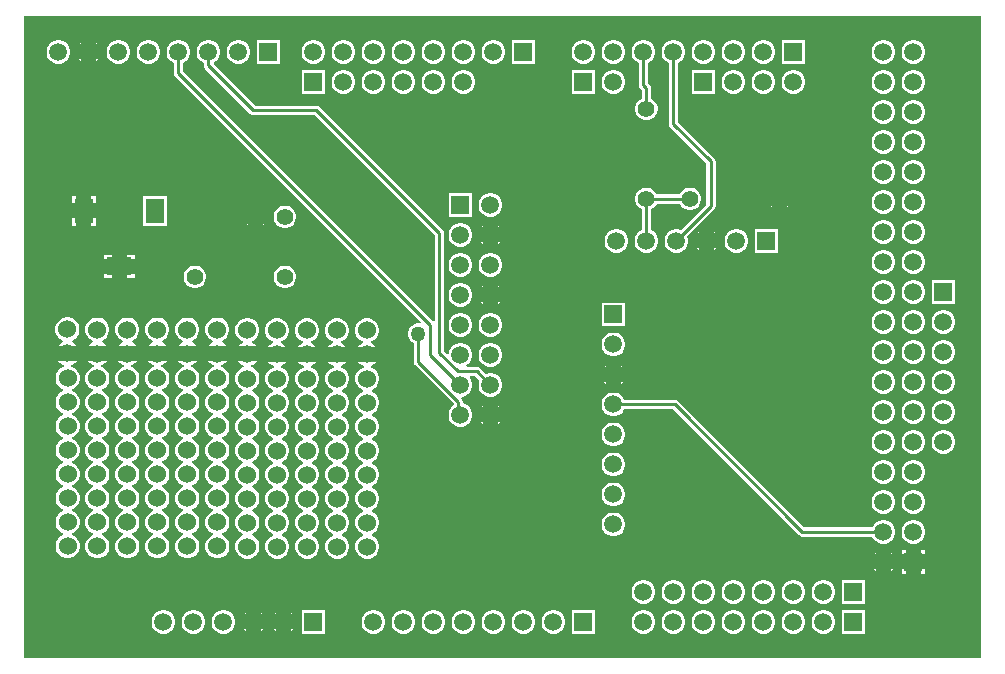
<source format=gbl>
G04*
G04 #@! TF.GenerationSoftware,Altium Limited,Altium Designer,21.2.2 (38)*
G04*
G04 Layer_Physical_Order=2*
G04 Layer_Color=16711680*
%FSLAX25Y25*%
%MOIN*%
G70*
G04*
G04 #@! TF.SameCoordinates,29F7D32E-A79C-4082-AA7E-55410590E176*
G04*
G04*
G04 #@! TF.FilePolarity,Positive*
G04*
G01*
G75*
%ADD13C,0.01000*%
%ADD23R,0.05906X0.05906*%
%ADD24C,0.05906*%
%ADD25R,0.05906X0.05906*%
%ADD26C,0.06000*%
%ADD27C,0.05512*%
%ADD28R,0.05906X0.08268*%
%ADD29R,0.08268X0.05906*%
%ADD30C,0.05000*%
G36*
X601500Y190000D02*
X282500D01*
Y404000D01*
X601500D01*
Y190000D01*
D02*
G37*
%LPC*%
G36*
X306500Y395090D02*
Y394500D01*
X307090D01*
X306500Y395090D01*
D02*
G37*
G36*
X301500D02*
X300910Y394500D01*
X301500D01*
Y395090D01*
D02*
G37*
G36*
X307090Y389500D02*
X306500D01*
Y388910D01*
X307090Y389500D01*
D02*
G37*
G36*
X301500D02*
X300910D01*
X301500Y388910D01*
Y389500D01*
D02*
G37*
G36*
X579520Y395953D02*
X578480D01*
X577474Y395683D01*
X576573Y395163D01*
X575837Y394427D01*
X575317Y393526D01*
X575047Y392520D01*
Y391480D01*
X575317Y390474D01*
X575837Y389573D01*
X576573Y388837D01*
X577474Y388317D01*
X578480Y388047D01*
X579520D01*
X580526Y388317D01*
X581427Y388837D01*
X582163Y389573D01*
X582683Y390474D01*
X582953Y391480D01*
Y392520D01*
X582683Y393526D01*
X582163Y394427D01*
X581427Y395163D01*
X580526Y395683D01*
X579520Y395953D01*
D02*
G37*
G36*
X569520D02*
X568480D01*
X567474Y395683D01*
X566573Y395163D01*
X565837Y394427D01*
X565317Y393526D01*
X565047Y392520D01*
Y391480D01*
X565317Y390474D01*
X565837Y389573D01*
X566573Y388837D01*
X567474Y388317D01*
X568480Y388047D01*
X569520D01*
X570526Y388317D01*
X571427Y388837D01*
X572163Y389573D01*
X572683Y390474D01*
X572953Y391480D01*
Y392520D01*
X572683Y393526D01*
X572163Y394427D01*
X571427Y395163D01*
X570526Y395683D01*
X569520Y395953D01*
D02*
G37*
G36*
X542953D02*
X535047D01*
Y388047D01*
X542953D01*
Y395953D01*
D02*
G37*
G36*
X529520D02*
X528480D01*
X527474Y395683D01*
X526573Y395163D01*
X525837Y394427D01*
X525317Y393526D01*
X525047Y392520D01*
Y391480D01*
X525317Y390474D01*
X525837Y389573D01*
X526573Y388837D01*
X527474Y388317D01*
X528480Y388047D01*
X529520D01*
X530526Y388317D01*
X531427Y388837D01*
X532163Y389573D01*
X532683Y390474D01*
X532953Y391480D01*
Y392520D01*
X532683Y393526D01*
X532163Y394427D01*
X531427Y395163D01*
X530526Y395683D01*
X529520Y395953D01*
D02*
G37*
G36*
X519520D02*
X518480D01*
X517474Y395683D01*
X516573Y395163D01*
X515837Y394427D01*
X515317Y393526D01*
X515047Y392520D01*
Y391480D01*
X515317Y390474D01*
X515837Y389573D01*
X516573Y388837D01*
X517474Y388317D01*
X518480Y388047D01*
X519520D01*
X520526Y388317D01*
X521427Y388837D01*
X522163Y389573D01*
X522683Y390474D01*
X522953Y391480D01*
Y392520D01*
X522683Y393526D01*
X522163Y394427D01*
X521427Y395163D01*
X520526Y395683D01*
X519520Y395953D01*
D02*
G37*
G36*
X509520D02*
X508480D01*
X507474Y395683D01*
X506573Y395163D01*
X505837Y394427D01*
X505317Y393526D01*
X505047Y392520D01*
Y391480D01*
X505317Y390474D01*
X505837Y389573D01*
X506573Y388837D01*
X507474Y388317D01*
X508480Y388047D01*
X509520D01*
X510526Y388317D01*
X511427Y388837D01*
X512163Y389573D01*
X512683Y390474D01*
X512953Y391480D01*
Y392520D01*
X512683Y393526D01*
X512163Y394427D01*
X511427Y395163D01*
X510526Y395683D01*
X509520Y395953D01*
D02*
G37*
G36*
X479520D02*
X478480D01*
X477474Y395683D01*
X476573Y395163D01*
X475837Y394427D01*
X475317Y393526D01*
X475047Y392520D01*
Y391480D01*
X475317Y390474D01*
X475837Y389573D01*
X476573Y388837D01*
X477474Y388317D01*
X478480Y388047D01*
X479520D01*
X480526Y388317D01*
X481427Y388837D01*
X482163Y389573D01*
X482683Y390474D01*
X482953Y391480D01*
Y392520D01*
X482683Y393526D01*
X482163Y394427D01*
X481427Y395163D01*
X480526Y395683D01*
X479520Y395953D01*
D02*
G37*
G36*
X469520D02*
X468480D01*
X467474Y395683D01*
X466573Y395163D01*
X465837Y394427D01*
X465317Y393526D01*
X465047Y392520D01*
Y391480D01*
X465317Y390474D01*
X465837Y389573D01*
X466573Y388837D01*
X467474Y388317D01*
X468480Y388047D01*
X469520D01*
X470526Y388317D01*
X471427Y388837D01*
X472163Y389573D01*
X472683Y390474D01*
X472953Y391480D01*
Y392520D01*
X472683Y393526D01*
X472163Y394427D01*
X471427Y395163D01*
X470526Y395683D01*
X469520Y395953D01*
D02*
G37*
G36*
X452953D02*
X445047D01*
Y388047D01*
X452953D01*
Y395953D01*
D02*
G37*
G36*
X439520D02*
X438480D01*
X437474Y395683D01*
X436573Y395163D01*
X435837Y394427D01*
X435317Y393526D01*
X435047Y392520D01*
Y391480D01*
X435317Y390474D01*
X435837Y389573D01*
X436573Y388837D01*
X437474Y388317D01*
X438480Y388047D01*
X439520D01*
X440526Y388317D01*
X441427Y388837D01*
X442163Y389573D01*
X442683Y390474D01*
X442953Y391480D01*
Y392520D01*
X442683Y393526D01*
X442163Y394427D01*
X441427Y395163D01*
X440526Y395683D01*
X439520Y395953D01*
D02*
G37*
G36*
X429520D02*
X428480D01*
X427474Y395683D01*
X426573Y395163D01*
X425837Y394427D01*
X425317Y393526D01*
X425047Y392520D01*
Y391480D01*
X425317Y390474D01*
X425837Y389573D01*
X426573Y388837D01*
X427474Y388317D01*
X428480Y388047D01*
X429520D01*
X430526Y388317D01*
X431427Y388837D01*
X432163Y389573D01*
X432683Y390474D01*
X432953Y391480D01*
Y392520D01*
X432683Y393526D01*
X432163Y394427D01*
X431427Y395163D01*
X430526Y395683D01*
X429520Y395953D01*
D02*
G37*
G36*
X419520D02*
X418480D01*
X417474Y395683D01*
X416573Y395163D01*
X415837Y394427D01*
X415317Y393526D01*
X415047Y392520D01*
Y391480D01*
X415317Y390474D01*
X415837Y389573D01*
X416573Y388837D01*
X417474Y388317D01*
X418480Y388047D01*
X419520D01*
X420526Y388317D01*
X421427Y388837D01*
X422163Y389573D01*
X422683Y390474D01*
X422953Y391480D01*
Y392520D01*
X422683Y393526D01*
X422163Y394427D01*
X421427Y395163D01*
X420526Y395683D01*
X419520Y395953D01*
D02*
G37*
G36*
X409520D02*
X408480D01*
X407474Y395683D01*
X406573Y395163D01*
X405837Y394427D01*
X405317Y393526D01*
X405047Y392520D01*
Y391480D01*
X405317Y390474D01*
X405837Y389573D01*
X406573Y388837D01*
X407474Y388317D01*
X408480Y388047D01*
X409520D01*
X410526Y388317D01*
X411427Y388837D01*
X412163Y389573D01*
X412683Y390474D01*
X412953Y391480D01*
Y392520D01*
X412683Y393526D01*
X412163Y394427D01*
X411427Y395163D01*
X410526Y395683D01*
X409520Y395953D01*
D02*
G37*
G36*
X399520D02*
X398480D01*
X397474Y395683D01*
X396573Y395163D01*
X395837Y394427D01*
X395317Y393526D01*
X395047Y392520D01*
Y391480D01*
X395317Y390474D01*
X395837Y389573D01*
X396573Y388837D01*
X397474Y388317D01*
X398480Y388047D01*
X399520D01*
X400526Y388317D01*
X401427Y388837D01*
X402163Y389573D01*
X402683Y390474D01*
X402953Y391480D01*
Y392520D01*
X402683Y393526D01*
X402163Y394427D01*
X401427Y395163D01*
X400526Y395683D01*
X399520Y395953D01*
D02*
G37*
G36*
X389520D02*
X388480D01*
X387474Y395683D01*
X386573Y395163D01*
X385837Y394427D01*
X385317Y393526D01*
X385047Y392520D01*
Y391480D01*
X385317Y390474D01*
X385837Y389573D01*
X386573Y388837D01*
X387474Y388317D01*
X388480Y388047D01*
X389520D01*
X390526Y388317D01*
X391427Y388837D01*
X392163Y389573D01*
X392683Y390474D01*
X392953Y391480D01*
Y392520D01*
X392683Y393526D01*
X392163Y394427D01*
X391427Y395163D01*
X390526Y395683D01*
X389520Y395953D01*
D02*
G37*
G36*
X379520D02*
X378480D01*
X377474Y395683D01*
X376573Y395163D01*
X375837Y394427D01*
X375317Y393526D01*
X375047Y392520D01*
Y391480D01*
X375317Y390474D01*
X375837Y389573D01*
X376573Y388837D01*
X377474Y388317D01*
X378480Y388047D01*
X379520D01*
X380526Y388317D01*
X381427Y388837D01*
X382163Y389573D01*
X382683Y390474D01*
X382953Y391480D01*
Y392520D01*
X382683Y393526D01*
X382163Y394427D01*
X381427Y395163D01*
X380526Y395683D01*
X379520Y395953D01*
D02*
G37*
G36*
X367953D02*
X360047D01*
Y388047D01*
X367953D01*
Y395953D01*
D02*
G37*
G36*
X354520D02*
X353480D01*
X352474Y395683D01*
X351573Y395163D01*
X350837Y394427D01*
X350317Y393526D01*
X350047Y392520D01*
Y391480D01*
X350317Y390474D01*
X350837Y389573D01*
X351573Y388837D01*
X352474Y388317D01*
X353480Y388047D01*
X354520D01*
X355526Y388317D01*
X356427Y388837D01*
X357163Y389573D01*
X357683Y390474D01*
X357953Y391480D01*
Y392520D01*
X357683Y393526D01*
X357163Y394427D01*
X356427Y395163D01*
X355526Y395683D01*
X354520Y395953D01*
D02*
G37*
G36*
X324520D02*
X323480D01*
X322474Y395683D01*
X321573Y395163D01*
X320837Y394427D01*
X320317Y393526D01*
X320047Y392520D01*
Y391480D01*
X320317Y390474D01*
X320837Y389573D01*
X321573Y388837D01*
X322474Y388317D01*
X323480Y388047D01*
X324520D01*
X325526Y388317D01*
X326427Y388837D01*
X327163Y389573D01*
X327683Y390474D01*
X327953Y391480D01*
Y392520D01*
X327683Y393526D01*
X327163Y394427D01*
X326427Y395163D01*
X325526Y395683D01*
X324520Y395953D01*
D02*
G37*
G36*
X314520D02*
X313480D01*
X312474Y395683D01*
X311573Y395163D01*
X310837Y394427D01*
X310317Y393526D01*
X310047Y392520D01*
Y391480D01*
X310317Y390474D01*
X310837Y389573D01*
X311573Y388837D01*
X312474Y388317D01*
X313480Y388047D01*
X314520D01*
X315526Y388317D01*
X316427Y388837D01*
X317163Y389573D01*
X317683Y390474D01*
X317953Y391480D01*
Y392520D01*
X317683Y393526D01*
X317163Y394427D01*
X316427Y395163D01*
X315526Y395683D01*
X314520Y395953D01*
D02*
G37*
G36*
X294520D02*
X293480D01*
X292474Y395683D01*
X291573Y395163D01*
X290837Y394427D01*
X290317Y393526D01*
X290047Y392520D01*
Y391480D01*
X290317Y390474D01*
X290837Y389573D01*
X291573Y388837D01*
X292474Y388317D01*
X293480Y388047D01*
X294520D01*
X295526Y388317D01*
X296427Y388837D01*
X297163Y389573D01*
X297683Y390474D01*
X297953Y391480D01*
Y392520D01*
X297683Y393526D01*
X297163Y394427D01*
X296427Y395163D01*
X295526Y395683D01*
X294520Y395953D01*
D02*
G37*
G36*
X579520Y385953D02*
X578480D01*
X577474Y385683D01*
X576573Y385163D01*
X575837Y384427D01*
X575317Y383526D01*
X575047Y382520D01*
Y381480D01*
X575317Y380474D01*
X575837Y379573D01*
X576573Y378837D01*
X577474Y378317D01*
X578480Y378047D01*
X579520D01*
X580526Y378317D01*
X581427Y378837D01*
X582163Y379573D01*
X582683Y380474D01*
X582953Y381480D01*
Y382520D01*
X582683Y383526D01*
X582163Y384427D01*
X581427Y385163D01*
X580526Y385683D01*
X579520Y385953D01*
D02*
G37*
G36*
X569520D02*
X568480D01*
X567474Y385683D01*
X566573Y385163D01*
X565837Y384427D01*
X565317Y383526D01*
X565047Y382520D01*
Y381480D01*
X565317Y380474D01*
X565837Y379573D01*
X566573Y378837D01*
X567474Y378317D01*
X568480Y378047D01*
X569520D01*
X570526Y378317D01*
X571427Y378837D01*
X572163Y379573D01*
X572683Y380474D01*
X572953Y381480D01*
Y382520D01*
X572683Y383526D01*
X572163Y384427D01*
X571427Y385163D01*
X570526Y385683D01*
X569520Y385953D01*
D02*
G37*
G36*
X539520D02*
X538480D01*
X537474Y385683D01*
X536573Y385163D01*
X535837Y384427D01*
X535317Y383526D01*
X535047Y382520D01*
Y381480D01*
X535317Y380474D01*
X535837Y379573D01*
X536573Y378837D01*
X537474Y378317D01*
X538480Y378047D01*
X539520D01*
X540526Y378317D01*
X541427Y378837D01*
X542163Y379573D01*
X542683Y380474D01*
X542953Y381480D01*
Y382520D01*
X542683Y383526D01*
X542163Y384427D01*
X541427Y385163D01*
X540526Y385683D01*
X539520Y385953D01*
D02*
G37*
G36*
X529520D02*
X528480D01*
X527474Y385683D01*
X526573Y385163D01*
X525837Y384427D01*
X525317Y383526D01*
X525047Y382520D01*
Y381480D01*
X525317Y380474D01*
X525837Y379573D01*
X526573Y378837D01*
X527474Y378317D01*
X528480Y378047D01*
X529520D01*
X530526Y378317D01*
X531427Y378837D01*
X532163Y379573D01*
X532683Y380474D01*
X532953Y381480D01*
Y382520D01*
X532683Y383526D01*
X532163Y384427D01*
X531427Y385163D01*
X530526Y385683D01*
X529520Y385953D01*
D02*
G37*
G36*
X519520D02*
X518480D01*
X517474Y385683D01*
X516573Y385163D01*
X515837Y384427D01*
X515317Y383526D01*
X515047Y382520D01*
Y381480D01*
X515317Y380474D01*
X515837Y379573D01*
X516573Y378837D01*
X517474Y378317D01*
X518480Y378047D01*
X519520D01*
X520526Y378317D01*
X521427Y378837D01*
X522163Y379573D01*
X522683Y380474D01*
X522953Y381480D01*
Y382520D01*
X522683Y383526D01*
X522163Y384427D01*
X521427Y385163D01*
X520526Y385683D01*
X519520Y385953D01*
D02*
G37*
G36*
X512953D02*
X505047D01*
Y378047D01*
X512953D01*
Y385953D01*
D02*
G37*
G36*
X479520D02*
X478480D01*
X477474Y385683D01*
X476573Y385163D01*
X475837Y384427D01*
X475317Y383526D01*
X475047Y382520D01*
Y381480D01*
X475317Y380474D01*
X475837Y379573D01*
X476573Y378837D01*
X477474Y378317D01*
X478480Y378047D01*
X479520D01*
X480526Y378317D01*
X481427Y378837D01*
X482163Y379573D01*
X482683Y380474D01*
X482953Y381480D01*
Y382520D01*
X482683Y383526D01*
X482163Y384427D01*
X481427Y385163D01*
X480526Y385683D01*
X479520Y385953D01*
D02*
G37*
G36*
X472953D02*
X465047D01*
Y378047D01*
X472953D01*
Y385953D01*
D02*
G37*
G36*
X429520D02*
X428480D01*
X427474Y385683D01*
X426573Y385163D01*
X425837Y384427D01*
X425317Y383526D01*
X425047Y382520D01*
Y381480D01*
X425317Y380474D01*
X425837Y379573D01*
X426573Y378837D01*
X427474Y378317D01*
X428480Y378047D01*
X429520D01*
X430526Y378317D01*
X431427Y378837D01*
X432163Y379573D01*
X432683Y380474D01*
X432953Y381480D01*
Y382520D01*
X432683Y383526D01*
X432163Y384427D01*
X431427Y385163D01*
X430526Y385683D01*
X429520Y385953D01*
D02*
G37*
G36*
X419520D02*
X418480D01*
X417474Y385683D01*
X416573Y385163D01*
X415837Y384427D01*
X415317Y383526D01*
X415047Y382520D01*
Y381480D01*
X415317Y380474D01*
X415837Y379573D01*
X416573Y378837D01*
X417474Y378317D01*
X418480Y378047D01*
X419520D01*
X420526Y378317D01*
X421427Y378837D01*
X422163Y379573D01*
X422683Y380474D01*
X422953Y381480D01*
Y382520D01*
X422683Y383526D01*
X422163Y384427D01*
X421427Y385163D01*
X420526Y385683D01*
X419520Y385953D01*
D02*
G37*
G36*
X409520D02*
X408480D01*
X407474Y385683D01*
X406573Y385163D01*
X405837Y384427D01*
X405317Y383526D01*
X405047Y382520D01*
Y381480D01*
X405317Y380474D01*
X405837Y379573D01*
X406573Y378837D01*
X407474Y378317D01*
X408480Y378047D01*
X409520D01*
X410526Y378317D01*
X411427Y378837D01*
X412163Y379573D01*
X412683Y380474D01*
X412953Y381480D01*
Y382520D01*
X412683Y383526D01*
X412163Y384427D01*
X411427Y385163D01*
X410526Y385683D01*
X409520Y385953D01*
D02*
G37*
G36*
X399520D02*
X398480D01*
X397474Y385683D01*
X396573Y385163D01*
X395837Y384427D01*
X395317Y383526D01*
X395047Y382520D01*
Y381480D01*
X395317Y380474D01*
X395837Y379573D01*
X396573Y378837D01*
X397474Y378317D01*
X398480Y378047D01*
X399520D01*
X400526Y378317D01*
X401427Y378837D01*
X402163Y379573D01*
X402683Y380474D01*
X402953Y381480D01*
Y382520D01*
X402683Y383526D01*
X402163Y384427D01*
X401427Y385163D01*
X400526Y385683D01*
X399520Y385953D01*
D02*
G37*
G36*
X389520D02*
X388480D01*
X387474Y385683D01*
X386573Y385163D01*
X385837Y384427D01*
X385317Y383526D01*
X385047Y382520D01*
Y381480D01*
X385317Y380474D01*
X385837Y379573D01*
X386573Y378837D01*
X387474Y378317D01*
X388480Y378047D01*
X389520D01*
X390526Y378317D01*
X391427Y378837D01*
X392163Y379573D01*
X392683Y380474D01*
X392953Y381480D01*
Y382520D01*
X392683Y383526D01*
X392163Y384427D01*
X391427Y385163D01*
X390526Y385683D01*
X389520Y385953D01*
D02*
G37*
G36*
X382953D02*
X375047D01*
Y378047D01*
X382953D01*
Y385953D01*
D02*
G37*
G36*
X489520Y395953D02*
X488480D01*
X487474Y395683D01*
X486573Y395163D01*
X485837Y394427D01*
X485317Y393526D01*
X485047Y392520D01*
Y391480D01*
X485317Y390474D01*
X485837Y389573D01*
X486573Y388837D01*
X487471Y388319D01*
Y381000D01*
X487587Y380415D01*
X487919Y379919D01*
X488471Y379366D01*
Y376454D01*
X487694Y376006D01*
X486995Y375306D01*
X486500Y374450D01*
X486244Y373495D01*
Y372505D01*
X486500Y371550D01*
X486995Y370694D01*
X487694Y369994D01*
X488550Y369500D01*
X489505Y369244D01*
X490494D01*
X491450Y369500D01*
X492306Y369994D01*
X493006Y370694D01*
X493500Y371550D01*
X493756Y372505D01*
Y373495D01*
X493500Y374450D01*
X493006Y375306D01*
X492306Y376006D01*
X491529Y376454D01*
Y380000D01*
X491413Y380585D01*
X491081Y381081D01*
X490529Y381633D01*
Y388319D01*
X491427Y388837D01*
X492163Y389573D01*
X492683Y390474D01*
X492953Y391480D01*
Y392520D01*
X492683Y393526D01*
X492163Y394427D01*
X491427Y395163D01*
X490526Y395683D01*
X489520Y395953D01*
D02*
G37*
G36*
X579520Y375953D02*
X578480D01*
X577474Y375683D01*
X576573Y375163D01*
X575837Y374427D01*
X575317Y373526D01*
X575047Y372520D01*
Y371480D01*
X575317Y370474D01*
X575837Y369573D01*
X576573Y368837D01*
X577474Y368317D01*
X578480Y368047D01*
X579520D01*
X580526Y368317D01*
X581427Y368837D01*
X582163Y369573D01*
X582683Y370474D01*
X582953Y371480D01*
Y372520D01*
X582683Y373526D01*
X582163Y374427D01*
X581427Y375163D01*
X580526Y375683D01*
X579520Y375953D01*
D02*
G37*
G36*
X569520D02*
X568480D01*
X567474Y375683D01*
X566573Y375163D01*
X565837Y374427D01*
X565317Y373526D01*
X565047Y372520D01*
Y371480D01*
X565317Y370474D01*
X565837Y369573D01*
X566573Y368837D01*
X567474Y368317D01*
X568480Y368047D01*
X569520D01*
X570526Y368317D01*
X571427Y368837D01*
X572163Y369573D01*
X572683Y370474D01*
X572953Y371480D01*
Y372520D01*
X572683Y373526D01*
X572163Y374427D01*
X571427Y375163D01*
X570526Y375683D01*
X569520Y375953D01*
D02*
G37*
G36*
X579520Y365953D02*
X578480D01*
X577474Y365683D01*
X576573Y365163D01*
X575837Y364427D01*
X575317Y363526D01*
X575047Y362520D01*
Y361480D01*
X575317Y360474D01*
X575837Y359573D01*
X576573Y358837D01*
X577474Y358317D01*
X578480Y358047D01*
X579520D01*
X580526Y358317D01*
X581427Y358837D01*
X582163Y359573D01*
X582683Y360474D01*
X582953Y361480D01*
Y362520D01*
X582683Y363526D01*
X582163Y364427D01*
X581427Y365163D01*
X580526Y365683D01*
X579520Y365953D01*
D02*
G37*
G36*
X569520D02*
X568480D01*
X567474Y365683D01*
X566573Y365163D01*
X565837Y364427D01*
X565317Y363526D01*
X565047Y362520D01*
Y361480D01*
X565317Y360474D01*
X565837Y359573D01*
X566573Y358837D01*
X567474Y358317D01*
X568480Y358047D01*
X569520D01*
X570526Y358317D01*
X571427Y358837D01*
X572163Y359573D01*
X572683Y360474D01*
X572953Y361480D01*
Y362520D01*
X572683Y363526D01*
X572163Y364427D01*
X571427Y365163D01*
X570526Y365683D01*
X569520Y365953D01*
D02*
G37*
G36*
X579520Y355953D02*
X578480D01*
X577474Y355683D01*
X576573Y355163D01*
X575837Y354427D01*
X575317Y353526D01*
X575047Y352520D01*
Y351480D01*
X575317Y350474D01*
X575837Y349573D01*
X576573Y348837D01*
X577474Y348317D01*
X578480Y348047D01*
X579520D01*
X580526Y348317D01*
X581427Y348837D01*
X582163Y349573D01*
X582683Y350474D01*
X582953Y351480D01*
Y352520D01*
X582683Y353526D01*
X582163Y354427D01*
X581427Y355163D01*
X580526Y355683D01*
X579520Y355953D01*
D02*
G37*
G36*
X569520D02*
X568480D01*
X567474Y355683D01*
X566573Y355163D01*
X565837Y354427D01*
X565317Y353526D01*
X565047Y352520D01*
Y351480D01*
X565317Y350474D01*
X565837Y349573D01*
X566573Y348837D01*
X567474Y348317D01*
X568480Y348047D01*
X569520D01*
X570526Y348317D01*
X571427Y348837D01*
X572163Y349573D01*
X572683Y350474D01*
X572953Y351480D01*
Y352520D01*
X572683Y353526D01*
X572163Y354427D01*
X571427Y355163D01*
X570526Y355683D01*
X569520Y355953D01*
D02*
G37*
G36*
X537000Y345812D02*
Y345500D01*
X537312D01*
X537000Y345812D01*
D02*
G37*
G36*
X532000D02*
X531688Y345500D01*
X532000D01*
Y345812D01*
D02*
G37*
G36*
X504994Y346756D02*
X504005D01*
X503050Y346500D01*
X502194Y346006D01*
X501495Y345306D01*
X501046Y344529D01*
X493454D01*
X493006Y345306D01*
X492306Y346006D01*
X491450Y346500D01*
X490494Y346756D01*
X489505D01*
X488550Y346500D01*
X487694Y346006D01*
X486995Y345306D01*
X486500Y344450D01*
X486244Y343495D01*
Y342506D01*
X486500Y341550D01*
X486995Y340694D01*
X487694Y339995D01*
X488471Y339546D01*
Y332681D01*
X487573Y332163D01*
X486837Y331427D01*
X486317Y330526D01*
X486047Y329520D01*
Y328480D01*
X486317Y327474D01*
X486837Y326573D01*
X487573Y325837D01*
X488474Y325317D01*
X489480Y325047D01*
X490520D01*
X491526Y325317D01*
X492427Y325837D01*
X493163Y326573D01*
X493683Y327474D01*
X493953Y328480D01*
Y329520D01*
X493683Y330526D01*
X493163Y331427D01*
X492427Y332163D01*
X491529Y332681D01*
Y339546D01*
X492306Y339995D01*
X493006Y340694D01*
X493454Y341471D01*
X501046D01*
X501495Y340694D01*
X502194Y339995D01*
X503050Y339500D01*
X504005Y339244D01*
X504994D01*
X505950Y339500D01*
X506806Y339995D01*
X507506Y340694D01*
X508000Y341550D01*
X508256Y342506D01*
Y343495D01*
X508000Y344450D01*
X507506Y345306D01*
X506806Y346006D01*
X505950Y346500D01*
X504994Y346756D01*
D02*
G37*
G36*
X306453Y344134D02*
X305000D01*
Y341500D01*
X306453D01*
Y344134D01*
D02*
G37*
G36*
X300000D02*
X298547D01*
Y341500D01*
X300000D01*
Y344134D01*
D02*
G37*
G36*
X537312Y340500D02*
X537000D01*
Y340188D01*
X537312Y340500D01*
D02*
G37*
G36*
X532000D02*
X531688D01*
X532000Y340188D01*
Y340500D01*
D02*
G37*
G36*
X362158Y339812D02*
Y339500D01*
X362469D01*
X362158Y339812D01*
D02*
G37*
G36*
X357157D02*
X356846Y339500D01*
X357157D01*
Y339812D01*
D02*
G37*
G36*
X579520Y345953D02*
X578480D01*
X577474Y345683D01*
X576573Y345163D01*
X575837Y344427D01*
X575317Y343526D01*
X575047Y342520D01*
Y341480D01*
X575317Y340474D01*
X575837Y339573D01*
X576573Y338837D01*
X577474Y338317D01*
X578480Y338047D01*
X579520D01*
X580526Y338317D01*
X581427Y338837D01*
X582163Y339573D01*
X582683Y340474D01*
X582953Y341480D01*
Y342520D01*
X582683Y343526D01*
X582163Y344427D01*
X581427Y345163D01*
X580526Y345683D01*
X579520Y345953D01*
D02*
G37*
G36*
X569520D02*
X568480D01*
X567474Y345683D01*
X566573Y345163D01*
X565837Y344427D01*
X565317Y343526D01*
X565047Y342520D01*
Y341480D01*
X565317Y340474D01*
X565837Y339573D01*
X566573Y338837D01*
X567474Y338317D01*
X568480Y338047D01*
X569520D01*
X570526Y338317D01*
X571427Y338837D01*
X572163Y339573D01*
X572683Y340474D01*
X572953Y341480D01*
Y342520D01*
X572683Y343526D01*
X572163Y344427D01*
X571427Y345163D01*
X570526Y345683D01*
X569520Y345953D01*
D02*
G37*
G36*
X438520Y344953D02*
X437480D01*
X436474Y344683D01*
X435573Y344163D01*
X434837Y343427D01*
X434317Y342526D01*
X434047Y341520D01*
Y340480D01*
X434317Y339474D01*
X434837Y338573D01*
X435573Y337837D01*
X436474Y337317D01*
X437480Y337047D01*
X438520D01*
X439526Y337317D01*
X440427Y337837D01*
X441163Y338573D01*
X441683Y339474D01*
X441953Y340480D01*
Y341520D01*
X441683Y342526D01*
X441163Y343427D01*
X440427Y344163D01*
X439526Y344683D01*
X438520Y344953D01*
D02*
G37*
G36*
X431953D02*
X424047D01*
Y337047D01*
X431953D01*
Y344953D01*
D02*
G37*
G36*
X362469Y334500D02*
X362158D01*
Y334188D01*
X362469Y334500D01*
D02*
G37*
G36*
X357157D02*
X356846D01*
X357157Y334188D01*
Y334500D01*
D02*
G37*
G36*
X330075Y344134D02*
X322169D01*
Y333866D01*
X330075D01*
Y344134D01*
D02*
G37*
G36*
X306453Y336500D02*
X305000D01*
Y333866D01*
X306453D01*
Y336500D01*
D02*
G37*
G36*
X300000D02*
X298547D01*
Y333866D01*
X300000D01*
Y336500D01*
D02*
G37*
G36*
X440500Y334090D02*
Y333500D01*
X441090D01*
X440500Y334090D01*
D02*
G37*
G36*
X435500D02*
X434910Y333500D01*
X435500D01*
Y334090D01*
D02*
G37*
G36*
X369994Y340756D02*
X369005D01*
X368050Y340500D01*
X367194Y340005D01*
X366494Y339306D01*
X366000Y338450D01*
X365744Y337494D01*
Y336506D01*
X366000Y335550D01*
X366494Y334694D01*
X367194Y333995D01*
X368050Y333500D01*
X369005Y333244D01*
X369994D01*
X370950Y333500D01*
X371806Y333995D01*
X372505Y334694D01*
X373000Y335550D01*
X373256Y336506D01*
Y337494D01*
X373000Y338450D01*
X372505Y339306D01*
X371806Y340005D01*
X370950Y340500D01*
X369994Y340756D01*
D02*
G37*
G36*
X499520Y395953D02*
X498480D01*
X497474Y395683D01*
X496573Y395163D01*
X495837Y394427D01*
X495317Y393526D01*
X495047Y392520D01*
Y391480D01*
X495317Y390474D01*
X495837Y389573D01*
X496573Y388837D01*
X497471Y388319D01*
Y368000D01*
X497587Y367415D01*
X497919Y366919D01*
X509971Y354867D01*
Y341133D01*
X501522Y332684D01*
X500520Y332953D01*
X499480D01*
X498474Y332683D01*
X497573Y332163D01*
X496837Y331427D01*
X496317Y330526D01*
X496047Y329520D01*
Y328480D01*
X496317Y327474D01*
X496837Y326573D01*
X497573Y325837D01*
X498474Y325317D01*
X499480Y325047D01*
X500520D01*
X501526Y325317D01*
X502427Y325837D01*
X503163Y326573D01*
X503683Y327474D01*
X503953Y328480D01*
Y329520D01*
X503685Y330522D01*
X512581Y339419D01*
X512913Y339915D01*
X513029Y340500D01*
Y355500D01*
X512913Y356085D01*
X512581Y356581D01*
X500529Y368634D01*
Y388319D01*
X501427Y388837D01*
X502163Y389573D01*
X502683Y390474D01*
X502953Y391480D01*
Y392520D01*
X502683Y393526D01*
X502163Y394427D01*
X501427Y395163D01*
X500526Y395683D01*
X499520Y395953D01*
D02*
G37*
G36*
X512500Y332090D02*
Y331500D01*
X513090D01*
X512500Y332090D01*
D02*
G37*
G36*
X507500D02*
X506910Y331500D01*
X507500D01*
Y332090D01*
D02*
G37*
G36*
X579520Y335953D02*
X578480D01*
X577474Y335683D01*
X576573Y335163D01*
X575837Y334427D01*
X575317Y333526D01*
X575047Y332520D01*
Y331480D01*
X575317Y330474D01*
X575837Y329573D01*
X576573Y328837D01*
X577474Y328317D01*
X578480Y328047D01*
X579520D01*
X580526Y328317D01*
X581427Y328837D01*
X582163Y329573D01*
X582683Y330474D01*
X582953Y331480D01*
Y332520D01*
X582683Y333526D01*
X582163Y334427D01*
X581427Y335163D01*
X580526Y335683D01*
X579520Y335953D01*
D02*
G37*
G36*
X569520D02*
X568480D01*
X567474Y335683D01*
X566573Y335163D01*
X565837Y334427D01*
X565317Y333526D01*
X565047Y332520D01*
Y331480D01*
X565317Y330474D01*
X565837Y329573D01*
X566573Y328837D01*
X567474Y328317D01*
X568480Y328047D01*
X569520D01*
X570526Y328317D01*
X571427Y328837D01*
X572163Y329573D01*
X572683Y330474D01*
X572953Y331480D01*
Y332520D01*
X572683Y333526D01*
X572163Y334427D01*
X571427Y335163D01*
X570526Y335683D01*
X569520Y335953D01*
D02*
G37*
G36*
X441090Y328500D02*
X440500D01*
Y327910D01*
X441090Y328500D01*
D02*
G37*
G36*
X435500D02*
X434910D01*
X435500Y327910D01*
Y328500D01*
D02*
G37*
G36*
X428520Y334953D02*
X427480D01*
X426474Y334683D01*
X425573Y334163D01*
X424837Y333427D01*
X424317Y332526D01*
X424047Y331520D01*
Y330480D01*
X424317Y329474D01*
X424837Y328573D01*
X425573Y327837D01*
X426474Y327317D01*
X427480Y327047D01*
X428520D01*
X429526Y327317D01*
X430427Y327837D01*
X431163Y328573D01*
X431683Y329474D01*
X431953Y330480D01*
Y331520D01*
X431683Y332526D01*
X431163Y333427D01*
X430427Y334163D01*
X429526Y334683D01*
X428520Y334953D01*
D02*
G37*
G36*
X513090Y326500D02*
X512500D01*
Y325910D01*
X513090Y326500D01*
D02*
G37*
G36*
X507500D02*
X506910D01*
X507500Y325910D01*
Y326500D01*
D02*
G37*
G36*
X533953Y332953D02*
X526047D01*
Y325047D01*
X533953D01*
Y332953D01*
D02*
G37*
G36*
X520520D02*
X519480D01*
X518474Y332683D01*
X517573Y332163D01*
X516837Y331427D01*
X516317Y330526D01*
X516047Y329520D01*
Y328480D01*
X516317Y327474D01*
X516837Y326573D01*
X517573Y325837D01*
X518474Y325317D01*
X519480Y325047D01*
X520520D01*
X521526Y325317D01*
X522427Y325837D01*
X523163Y326573D01*
X523683Y327474D01*
X523953Y328480D01*
Y329520D01*
X523683Y330526D01*
X523163Y331427D01*
X522427Y332163D01*
X521526Y332683D01*
X520520Y332953D01*
D02*
G37*
G36*
X480520D02*
X479480D01*
X478474Y332683D01*
X477573Y332163D01*
X476837Y331427D01*
X476317Y330526D01*
X476047Y329520D01*
Y328480D01*
X476317Y327474D01*
X476837Y326573D01*
X477573Y325837D01*
X478474Y325317D01*
X479480Y325047D01*
X480520D01*
X481526Y325317D01*
X482427Y325837D01*
X483163Y326573D01*
X483683Y327474D01*
X483953Y328480D01*
Y329520D01*
X483683Y330526D01*
X483163Y331427D01*
X482427Y332163D01*
X481526Y332683D01*
X480520Y332953D01*
D02*
G37*
G36*
X319445Y324449D02*
X316811D01*
Y322996D01*
X319445D01*
Y324449D01*
D02*
G37*
G36*
X311811D02*
X309177D01*
Y322996D01*
X311811D01*
Y324449D01*
D02*
G37*
G36*
X579520Y325953D02*
X578480D01*
X577474Y325683D01*
X576573Y325163D01*
X575837Y324427D01*
X575317Y323526D01*
X575047Y322520D01*
Y321480D01*
X575317Y320474D01*
X575837Y319573D01*
X576573Y318837D01*
X577474Y318317D01*
X578480Y318047D01*
X579520D01*
X580526Y318317D01*
X581427Y318837D01*
X582163Y319573D01*
X582683Y320474D01*
X582953Y321480D01*
Y322520D01*
X582683Y323526D01*
X582163Y324427D01*
X581427Y325163D01*
X580526Y325683D01*
X579520Y325953D01*
D02*
G37*
G36*
X569520D02*
X568480D01*
X567474Y325683D01*
X566573Y325163D01*
X565837Y324427D01*
X565317Y323526D01*
X565047Y322520D01*
Y321480D01*
X565317Y320474D01*
X565837Y319573D01*
X566573Y318837D01*
X567474Y318317D01*
X568480Y318047D01*
X569520D01*
X570526Y318317D01*
X571427Y318837D01*
X572163Y319573D01*
X572683Y320474D01*
X572953Y321480D01*
Y322520D01*
X572683Y323526D01*
X572163Y324427D01*
X571427Y325163D01*
X570526Y325683D01*
X569520Y325953D01*
D02*
G37*
G36*
X438520Y324953D02*
X437480D01*
X436474Y324683D01*
X435573Y324163D01*
X434837Y323427D01*
X434317Y322526D01*
X434047Y321520D01*
Y320480D01*
X434317Y319474D01*
X434837Y318573D01*
X435573Y317837D01*
X436474Y317317D01*
X437480Y317047D01*
X438520D01*
X439526Y317317D01*
X440427Y317837D01*
X441163Y318573D01*
X441683Y319474D01*
X441953Y320480D01*
Y321520D01*
X441683Y322526D01*
X441163Y323427D01*
X440427Y324163D01*
X439526Y324683D01*
X438520Y324953D01*
D02*
G37*
G36*
X428520D02*
X427480D01*
X426474Y324683D01*
X425573Y324163D01*
X424837Y323427D01*
X424317Y322526D01*
X424047Y321520D01*
Y320480D01*
X424317Y319474D01*
X424837Y318573D01*
X425573Y317837D01*
X426474Y317317D01*
X427480Y317047D01*
X428520D01*
X429526Y317317D01*
X430427Y317837D01*
X431163Y318573D01*
X431683Y319474D01*
X431953Y320480D01*
Y321520D01*
X431683Y322526D01*
X431163Y323427D01*
X430427Y324163D01*
X429526Y324683D01*
X428520Y324953D01*
D02*
G37*
G36*
X319445Y317996D02*
X316811D01*
Y316543D01*
X319445D01*
Y317996D01*
D02*
G37*
G36*
X311811D02*
X309177D01*
Y316543D01*
X311811D01*
Y317996D01*
D02*
G37*
G36*
X440500Y314090D02*
Y313500D01*
X441090D01*
X440500Y314090D01*
D02*
G37*
G36*
X435500D02*
X434910Y313500D01*
X435500D01*
Y314090D01*
D02*
G37*
G36*
X369994Y320756D02*
X369005D01*
X368050Y320500D01*
X367194Y320005D01*
X366494Y319306D01*
X366000Y318450D01*
X365744Y317495D01*
Y316506D01*
X366000Y315550D01*
X366494Y314694D01*
X367194Y313995D01*
X368050Y313500D01*
X369005Y313244D01*
X369994D01*
X370950Y313500D01*
X371806Y313995D01*
X372505Y314694D01*
X373000Y315550D01*
X373256Y316506D01*
Y317495D01*
X373000Y318450D01*
X372505Y319306D01*
X371806Y320005D01*
X370950Y320500D01*
X369994Y320756D01*
D02*
G37*
G36*
X339995D02*
X339005D01*
X338050Y320500D01*
X337194Y320005D01*
X336494Y319306D01*
X336000Y318450D01*
X335744Y317495D01*
Y316506D01*
X336000Y315550D01*
X336494Y314694D01*
X337194Y313995D01*
X338050Y313500D01*
X339005Y313244D01*
X339995D01*
X340950Y313500D01*
X341806Y313995D01*
X342506Y314694D01*
X343000Y315550D01*
X343256Y316506D01*
Y317495D01*
X343000Y318450D01*
X342506Y319306D01*
X341806Y320005D01*
X340950Y320500D01*
X339995Y320756D01*
D02*
G37*
G36*
X592953Y315953D02*
X585047D01*
Y308047D01*
X592953D01*
Y315953D01*
D02*
G37*
G36*
X579520D02*
X578480D01*
X577474Y315683D01*
X576573Y315163D01*
X575837Y314427D01*
X575317Y313526D01*
X575047Y312520D01*
Y311480D01*
X575317Y310474D01*
X575837Y309573D01*
X576573Y308837D01*
X577474Y308317D01*
X578480Y308047D01*
X579520D01*
X580526Y308317D01*
X581427Y308837D01*
X582163Y309573D01*
X582683Y310474D01*
X582953Y311480D01*
Y312520D01*
X582683Y313526D01*
X582163Y314427D01*
X581427Y315163D01*
X580526Y315683D01*
X579520Y315953D01*
D02*
G37*
G36*
X569520D02*
X568480D01*
X567474Y315683D01*
X566573Y315163D01*
X565837Y314427D01*
X565317Y313526D01*
X565047Y312520D01*
Y311480D01*
X565317Y310474D01*
X565837Y309573D01*
X566573Y308837D01*
X567474Y308317D01*
X568480Y308047D01*
X569520D01*
X570526Y308317D01*
X571427Y308837D01*
X572163Y309573D01*
X572683Y310474D01*
X572953Y311480D01*
Y312520D01*
X572683Y313526D01*
X572163Y314427D01*
X571427Y315163D01*
X570526Y315683D01*
X569520Y315953D01*
D02*
G37*
G36*
X441090Y308500D02*
X440500D01*
Y307910D01*
X441090Y308500D01*
D02*
G37*
G36*
X435500D02*
X434910D01*
X435500Y307910D01*
Y308500D01*
D02*
G37*
G36*
X428520Y314953D02*
X427480D01*
X426474Y314683D01*
X425573Y314163D01*
X424837Y313427D01*
X424317Y312526D01*
X424047Y311520D01*
Y310480D01*
X424317Y309474D01*
X424837Y308573D01*
X425573Y307837D01*
X426474Y307317D01*
X427480Y307047D01*
X428520D01*
X429526Y307317D01*
X430427Y307837D01*
X431163Y308573D01*
X431683Y309474D01*
X431953Y310480D01*
Y311520D01*
X431683Y312526D01*
X431163Y313427D01*
X430427Y314163D01*
X429526Y314683D01*
X428520Y314953D01*
D02*
G37*
G36*
X344520Y395953D02*
X343480D01*
X342474Y395683D01*
X341573Y395163D01*
X340837Y394427D01*
X340317Y393526D01*
X340047Y392520D01*
Y391480D01*
X340317Y390474D01*
X340837Y389573D01*
X341573Y388837D01*
X342471Y388319D01*
Y387500D01*
X342587Y386915D01*
X342919Y386419D01*
X357919Y371419D01*
X358415Y371087D01*
X359000Y370971D01*
X379366D01*
X419471Y330867D01*
Y302377D01*
X419408Y302329D01*
X418971Y302192D01*
X335529Y385633D01*
Y388319D01*
X336427Y388837D01*
X337163Y389573D01*
X337683Y390474D01*
X337953Y391480D01*
Y392520D01*
X337683Y393526D01*
X337163Y394427D01*
X336427Y395163D01*
X335526Y395683D01*
X334520Y395953D01*
X333480D01*
X332474Y395683D01*
X331573Y395163D01*
X330837Y394427D01*
X330317Y393526D01*
X330047Y392520D01*
Y391480D01*
X330317Y390474D01*
X330837Y389573D01*
X331573Y388837D01*
X332471Y388319D01*
Y385000D01*
X332587Y384415D01*
X332919Y383919D01*
X414951Y301886D01*
X414692Y301438D01*
X414461Y301500D01*
X413539D01*
X412649Y301261D01*
X411851Y300801D01*
X411199Y300149D01*
X410739Y299351D01*
X410500Y298461D01*
Y297539D01*
X410739Y296649D01*
X411199Y295851D01*
X411851Y295199D01*
X412471Y294842D01*
Y293000D01*
X412471Y293000D01*
Y288703D01*
X412587Y288118D01*
X412919Y287621D01*
X425721Y274819D01*
Y274248D01*
X425573Y274163D01*
X424837Y273427D01*
X424317Y272526D01*
X424047Y271520D01*
Y270480D01*
X424317Y269474D01*
X424837Y268573D01*
X425573Y267837D01*
X426474Y267317D01*
X427480Y267047D01*
X428520D01*
X429526Y267317D01*
X430427Y267837D01*
X431163Y268573D01*
X431683Y269474D01*
X431953Y270480D01*
Y271520D01*
X431683Y272526D01*
X431163Y273427D01*
X430427Y274163D01*
X429526Y274683D01*
X428780Y274883D01*
Y275453D01*
X428663Y276038D01*
X428332Y276534D01*
X428280Y276585D01*
X428472Y277047D01*
X428520D01*
X429526Y277317D01*
X430427Y277837D01*
X431163Y278573D01*
X431683Y279474D01*
X431953Y280480D01*
Y281520D01*
X431683Y282526D01*
X431163Y283427D01*
X431034Y283556D01*
X431226Y284018D01*
X432819D01*
X434315Y282522D01*
X434047Y281520D01*
Y280480D01*
X434317Y279474D01*
X434837Y278573D01*
X435573Y277837D01*
X436474Y277317D01*
X437480Y277047D01*
X438520D01*
X439526Y277317D01*
X440427Y277837D01*
X441163Y278573D01*
X441683Y279474D01*
X441953Y280480D01*
Y281520D01*
X441683Y282526D01*
X441163Y283427D01*
X440427Y284163D01*
X439526Y284683D01*
X438520Y284953D01*
X437480D01*
X436478Y284684D01*
X434534Y286629D01*
X434038Y286960D01*
X433453Y287076D01*
X430110D01*
X429976Y287577D01*
X430427Y287837D01*
X431163Y288573D01*
X431683Y289474D01*
X431953Y290480D01*
Y291520D01*
X431683Y292526D01*
X431163Y293427D01*
X430427Y294163D01*
X429526Y294683D01*
X428520Y294953D01*
X427480D01*
X426474Y294683D01*
X425573Y294163D01*
X424837Y293427D01*
X424317Y292526D01*
X424047Y291520D01*
Y291472D01*
X423585Y291280D01*
X422529Y292336D01*
Y331500D01*
X422413Y332085D01*
X422081Y332581D01*
X381081Y373581D01*
X380585Y373913D01*
X380000Y374029D01*
X359633D01*
X345777Y387885D01*
X345847Y388502D01*
X346427Y388837D01*
X347163Y389573D01*
X347683Y390474D01*
X347953Y391480D01*
Y392520D01*
X347683Y393526D01*
X347163Y394427D01*
X346427Y395163D01*
X345526Y395683D01*
X344520Y395953D01*
D02*
G37*
G36*
X482953Y308453D02*
X475047D01*
Y300547D01*
X482953D01*
Y308453D01*
D02*
G37*
G36*
X589520Y305953D02*
X588480D01*
X587474Y305683D01*
X586573Y305163D01*
X585837Y304427D01*
X585317Y303526D01*
X585047Y302520D01*
Y301480D01*
X585317Y300474D01*
X585837Y299573D01*
X586573Y298837D01*
X587474Y298317D01*
X588480Y298047D01*
X589520D01*
X590526Y298317D01*
X591427Y298837D01*
X592163Y299573D01*
X592683Y300474D01*
X592953Y301480D01*
Y302520D01*
X592683Y303526D01*
X592163Y304427D01*
X591427Y305163D01*
X590526Y305683D01*
X589520Y305953D01*
D02*
G37*
G36*
X579520D02*
X578480D01*
X577474Y305683D01*
X576573Y305163D01*
X575837Y304427D01*
X575317Y303526D01*
X575047Y302520D01*
Y301480D01*
X575317Y300474D01*
X575837Y299573D01*
X576573Y298837D01*
X577474Y298317D01*
X578480Y298047D01*
X579520D01*
X580526Y298317D01*
X581427Y298837D01*
X582163Y299573D01*
X582683Y300474D01*
X582953Y301480D01*
Y302520D01*
X582683Y303526D01*
X582163Y304427D01*
X581427Y305163D01*
X580526Y305683D01*
X579520Y305953D01*
D02*
G37*
G36*
X569520D02*
X568480D01*
X567474Y305683D01*
X566573Y305163D01*
X565837Y304427D01*
X565317Y303526D01*
X565047Y302520D01*
Y301480D01*
X565317Y300474D01*
X565837Y299573D01*
X566573Y298837D01*
X567474Y298317D01*
X568480Y298047D01*
X569520D01*
X570526Y298317D01*
X571427Y298837D01*
X572163Y299573D01*
X572683Y300474D01*
X572953Y301480D01*
Y302520D01*
X572683Y303526D01*
X572163Y304427D01*
X571427Y305163D01*
X570526Y305683D01*
X569520Y305953D01*
D02*
G37*
G36*
X438520Y304953D02*
X437480D01*
X436474Y304683D01*
X435573Y304163D01*
X434837Y303427D01*
X434317Y302526D01*
X434047Y301520D01*
Y300480D01*
X434317Y299474D01*
X434837Y298573D01*
X435573Y297837D01*
X436474Y297317D01*
X437480Y297047D01*
X438520D01*
X439526Y297317D01*
X440427Y297837D01*
X441163Y298573D01*
X441683Y299474D01*
X441953Y300480D01*
Y301520D01*
X441683Y302526D01*
X441163Y303427D01*
X440427Y304163D01*
X439526Y304683D01*
X438520Y304953D01*
D02*
G37*
G36*
X428520D02*
X427480D01*
X426474Y304683D01*
X425573Y304163D01*
X424837Y303427D01*
X424317Y302526D01*
X424047Y301520D01*
Y300480D01*
X424317Y299474D01*
X424837Y298573D01*
X425573Y297837D01*
X426474Y297317D01*
X427480Y297047D01*
X428520D01*
X429526Y297317D01*
X430427Y297837D01*
X431163Y298573D01*
X431683Y299474D01*
X431953Y300480D01*
Y301520D01*
X431683Y302526D01*
X431163Y303427D01*
X430427Y304163D01*
X429526Y304683D01*
X428520Y304953D01*
D02*
G37*
G36*
X297527Y303500D02*
X296473D01*
X295456Y303227D01*
X294544Y302701D01*
X293799Y301956D01*
X293273Y301044D01*
X293000Y300027D01*
Y298973D01*
X293273Y297956D01*
X293799Y297044D01*
X294544Y296299D01*
X295456Y295773D01*
X295516Y295757D01*
Y295257D01*
X295439Y295236D01*
X294527Y294709D01*
X293826Y294009D01*
X300140D01*
X299439Y294709D01*
X298527Y295236D01*
X298467Y295252D01*
Y295752D01*
X298544Y295773D01*
X299456Y296299D01*
X300201Y297044D01*
X300727Y297956D01*
X301000Y298973D01*
Y300027D01*
X300727Y301044D01*
X300201Y301956D01*
X299456Y302701D01*
X298544Y303227D01*
X297527Y303500D01*
D02*
G37*
G36*
X347461Y303424D02*
X346408D01*
X345391Y303152D01*
X344479Y302625D01*
X343734Y301880D01*
X343207Y300968D01*
X342935Y299951D01*
Y298898D01*
X343207Y297880D01*
X343734Y296968D01*
X344479Y296223D01*
X345391Y295697D01*
X345450Y295681D01*
Y295181D01*
X345374Y295160D01*
X344461Y294634D01*
X343761Y293933D01*
X350074D01*
X349374Y294634D01*
X348462Y295160D01*
X348402Y295176D01*
Y295676D01*
X348479Y295697D01*
X349391Y296223D01*
X350135Y296968D01*
X350662Y297880D01*
X350935Y298898D01*
Y299951D01*
X350662Y300968D01*
X350135Y301880D01*
X349391Y302625D01*
X348479Y303152D01*
X347461Y303424D01*
D02*
G37*
G36*
X337461D02*
X336408D01*
X335391Y303152D01*
X334479Y302625D01*
X333734Y301880D01*
X333207Y300968D01*
X332935Y299951D01*
Y298898D01*
X333207Y297880D01*
X333734Y296968D01*
X334479Y296223D01*
X335391Y295697D01*
X335450Y295681D01*
Y295181D01*
X335374Y295160D01*
X334461Y294634D01*
X333761Y293933D01*
X340074D01*
X339374Y294634D01*
X338461Y295160D01*
X338402Y295176D01*
Y295676D01*
X338479Y295697D01*
X339391Y296223D01*
X340136Y296968D01*
X340662Y297880D01*
X340935Y298898D01*
Y299951D01*
X340662Y300968D01*
X340136Y301880D01*
X339391Y302625D01*
X338479Y303152D01*
X337461Y303424D01*
D02*
G37*
G36*
X327461D02*
X326408D01*
X325391Y303152D01*
X324479Y302625D01*
X323734Y301880D01*
X323207Y300968D01*
X322935Y299951D01*
Y298898D01*
X323207Y297880D01*
X323734Y296968D01*
X324479Y296223D01*
X325391Y295697D01*
X325450Y295681D01*
Y295181D01*
X325374Y295160D01*
X324462Y294634D01*
X323761Y293933D01*
X330074D01*
X329374Y294634D01*
X328462Y295160D01*
X328402Y295176D01*
Y295676D01*
X328479Y295697D01*
X329391Y296223D01*
X330135Y296968D01*
X330662Y297880D01*
X330935Y298898D01*
Y299951D01*
X330662Y300968D01*
X330135Y301880D01*
X329391Y302625D01*
X328479Y303152D01*
X327461Y303424D01*
D02*
G37*
G36*
X317461D02*
X316408D01*
X315391Y303152D01*
X314479Y302625D01*
X313734Y301880D01*
X313207Y300968D01*
X312935Y299951D01*
Y298898D01*
X313207Y297880D01*
X313734Y296968D01*
X314479Y296223D01*
X315391Y295697D01*
X315450Y295681D01*
Y295181D01*
X315374Y295160D01*
X314461Y294634D01*
X313761Y293933D01*
X320074D01*
X319374Y294634D01*
X318461Y295160D01*
X318402Y295176D01*
Y295676D01*
X318479Y295697D01*
X319391Y296223D01*
X320135Y296968D01*
X320662Y297880D01*
X320935Y298898D01*
Y299951D01*
X320662Y300968D01*
X320135Y301880D01*
X319391Y302625D01*
X318479Y303152D01*
X317461Y303424D01*
D02*
G37*
G36*
X307461D02*
X306408D01*
X305391Y303152D01*
X304479Y302625D01*
X303734Y301880D01*
X303207Y300968D01*
X302935Y299951D01*
Y298898D01*
X303207Y297880D01*
X303734Y296968D01*
X304479Y296223D01*
X305391Y295697D01*
X305450Y295681D01*
Y295181D01*
X305374Y295160D01*
X304462Y294634D01*
X303761Y293933D01*
X310074D01*
X309374Y294634D01*
X308461Y295160D01*
X308402Y295176D01*
Y295676D01*
X308479Y295697D01*
X309391Y296223D01*
X310136Y296968D01*
X310662Y297880D01*
X310935Y298898D01*
Y299951D01*
X310662Y300968D01*
X310136Y301880D01*
X309391Y302625D01*
X308479Y303152D01*
X307461Y303424D01*
D02*
G37*
G36*
X357453Y303307D02*
X356400D01*
X355383Y303034D01*
X354470Y302508D01*
X353726Y301763D01*
X353199Y300851D01*
X352927Y299833D01*
Y298780D01*
X353199Y297763D01*
X353726Y296851D01*
X354470Y296106D01*
X355383Y295580D01*
X355442Y295564D01*
Y295063D01*
X355365Y295043D01*
X354453Y294516D01*
X353752Y293815D01*
X360066D01*
X359366Y294516D01*
X358453Y295043D01*
X358394Y295059D01*
Y295559D01*
X358471Y295580D01*
X359383Y296106D01*
X360127Y296851D01*
X360654Y297763D01*
X360927Y298780D01*
Y299833D01*
X360654Y300851D01*
X360127Y301763D01*
X359383Y302508D01*
X358471Y303034D01*
X357453Y303307D01*
D02*
G37*
G36*
X397388Y303231D02*
X396335D01*
X395317Y302959D01*
X394405Y302432D01*
X393660Y301687D01*
X393134Y300775D01*
X392861Y299758D01*
Y298705D01*
X393134Y297687D01*
X393660Y296775D01*
X394405Y296030D01*
X395317Y295504D01*
X395377Y295488D01*
Y294988D01*
X395300Y294967D01*
X394388Y294441D01*
X393687Y293740D01*
X400001D01*
X399300Y294441D01*
X398388Y294967D01*
X398328Y294983D01*
Y295483D01*
X398405Y295504D01*
X399317Y296030D01*
X400062Y296775D01*
X400589Y297687D01*
X400861Y298705D01*
Y299758D01*
X400589Y300775D01*
X400062Y301687D01*
X399317Y302432D01*
X398405Y302959D01*
X397388Y303231D01*
D02*
G37*
G36*
X387388D02*
X386335D01*
X385317Y302959D01*
X384405Y302432D01*
X383660Y301687D01*
X383134Y300775D01*
X382861Y299758D01*
Y298705D01*
X383134Y297687D01*
X383660Y296775D01*
X384405Y296030D01*
X385317Y295504D01*
X385377Y295488D01*
Y294988D01*
X385300Y294967D01*
X384388Y294441D01*
X383687Y293740D01*
X390001D01*
X389300Y294441D01*
X388388Y294967D01*
X388328Y294983D01*
Y295483D01*
X388405Y295504D01*
X389317Y296030D01*
X390062Y296775D01*
X390589Y297687D01*
X390861Y298705D01*
Y299758D01*
X390589Y300775D01*
X390062Y301687D01*
X389317Y302432D01*
X388405Y302959D01*
X387388Y303231D01*
D02*
G37*
G36*
X377388D02*
X376335D01*
X375317Y302959D01*
X374405Y302432D01*
X373660Y301687D01*
X373134Y300775D01*
X372861Y299758D01*
Y298705D01*
X373134Y297687D01*
X373660Y296775D01*
X374405Y296030D01*
X375317Y295504D01*
X375377Y295488D01*
Y294988D01*
X375300Y294967D01*
X374388Y294441D01*
X373687Y293740D01*
X380001D01*
X379300Y294441D01*
X378388Y294967D01*
X378328Y294983D01*
Y295483D01*
X378405Y295504D01*
X379317Y296030D01*
X380062Y296775D01*
X380589Y297687D01*
X380861Y298705D01*
Y299758D01*
X380589Y300775D01*
X380062Y301687D01*
X379317Y302432D01*
X378405Y302959D01*
X377388Y303231D01*
D02*
G37*
G36*
X367388D02*
X366335D01*
X365317Y302959D01*
X364405Y302432D01*
X363660Y301687D01*
X363134Y300775D01*
X362861Y299758D01*
Y298705D01*
X363134Y297687D01*
X363660Y296775D01*
X364405Y296030D01*
X365317Y295504D01*
X365377Y295488D01*
Y294988D01*
X365300Y294967D01*
X364388Y294441D01*
X363687Y293740D01*
X370001D01*
X369300Y294441D01*
X368388Y294967D01*
X368328Y294983D01*
Y295483D01*
X368405Y295504D01*
X369317Y296030D01*
X370062Y296775D01*
X370589Y297687D01*
X370861Y298705D01*
Y299758D01*
X370589Y300775D01*
X370062Y301687D01*
X369317Y302432D01*
X368405Y302959D01*
X367388Y303231D01*
D02*
G37*
G36*
X479520Y298453D02*
X478480D01*
X477474Y298183D01*
X476573Y297663D01*
X475837Y296927D01*
X475317Y296026D01*
X475047Y295020D01*
Y293980D01*
X475317Y292974D01*
X475837Y292073D01*
X476573Y291337D01*
X477474Y290817D01*
X478480Y290547D01*
X479520D01*
X480526Y290817D01*
X481427Y291337D01*
X482163Y292073D01*
X482683Y292974D01*
X482953Y293980D01*
Y295020D01*
X482683Y296026D01*
X482163Y296927D01*
X481427Y297663D01*
X480526Y298183D01*
X479520Y298453D01*
D02*
G37*
G36*
X589520Y295953D02*
X588480D01*
X587474Y295683D01*
X586573Y295163D01*
X585837Y294427D01*
X585317Y293526D01*
X585047Y292520D01*
Y291480D01*
X585317Y290474D01*
X585837Y289573D01*
X586573Y288837D01*
X587474Y288317D01*
X588480Y288047D01*
X589520D01*
X590526Y288317D01*
X591427Y288837D01*
X592163Y289573D01*
X592683Y290474D01*
X592953Y291480D01*
Y292520D01*
X592683Y293526D01*
X592163Y294427D01*
X591427Y295163D01*
X590526Y295683D01*
X589520Y295953D01*
D02*
G37*
G36*
X579520D02*
X578480D01*
X577474Y295683D01*
X576573Y295163D01*
X575837Y294427D01*
X575317Y293526D01*
X575047Y292520D01*
Y291480D01*
X575317Y290474D01*
X575837Y289573D01*
X576573Y288837D01*
X577474Y288317D01*
X578480Y288047D01*
X579520D01*
X580526Y288317D01*
X581427Y288837D01*
X582163Y289573D01*
X582683Y290474D01*
X582953Y291480D01*
Y292520D01*
X582683Y293526D01*
X582163Y294427D01*
X581427Y295163D01*
X580526Y295683D01*
X579520Y295953D01*
D02*
G37*
G36*
X569520D02*
X568480D01*
X567474Y295683D01*
X566573Y295163D01*
X565837Y294427D01*
X565317Y293526D01*
X565047Y292520D01*
Y291480D01*
X565317Y290474D01*
X565837Y289573D01*
X566573Y288837D01*
X567474Y288317D01*
X568480Y288047D01*
X569520D01*
X570526Y288317D01*
X571427Y288837D01*
X572163Y289573D01*
X572683Y290474D01*
X572953Y291480D01*
Y292520D01*
X572683Y293526D01*
X572163Y294427D01*
X571427Y295163D01*
X570526Y295683D01*
X569520Y295953D01*
D02*
G37*
G36*
X438520Y294953D02*
X437480D01*
X436474Y294683D01*
X435573Y294163D01*
X434837Y293427D01*
X434317Y292526D01*
X434047Y291520D01*
Y290480D01*
X434317Y289474D01*
X434837Y288573D01*
X435573Y287837D01*
X436474Y287317D01*
X437480Y287047D01*
X438520D01*
X439526Y287317D01*
X440427Y287837D01*
X441163Y288573D01*
X441683Y289474D01*
X441953Y290480D01*
Y291520D01*
X441683Y292526D01*
X441163Y293427D01*
X440427Y294163D01*
X439526Y294683D01*
X438520Y294953D01*
D02*
G37*
G36*
X481500Y287590D02*
Y287000D01*
X482090D01*
X481500Y287590D01*
D02*
G37*
G36*
X476500D02*
X475910Y287000D01*
X476500D01*
Y287590D01*
D02*
G37*
G36*
X482090Y282000D02*
X481500D01*
Y281410D01*
X482090Y282000D01*
D02*
G37*
G36*
X476500D02*
X475910D01*
X476500Y281410D01*
Y282000D01*
D02*
G37*
G36*
X589520Y285953D02*
X588480D01*
X587474Y285683D01*
X586573Y285163D01*
X585837Y284427D01*
X585317Y283526D01*
X585047Y282520D01*
Y281480D01*
X585317Y280474D01*
X585837Y279573D01*
X586573Y278837D01*
X587474Y278317D01*
X588480Y278047D01*
X589520D01*
X590526Y278317D01*
X591427Y278837D01*
X592163Y279573D01*
X592683Y280474D01*
X592953Y281480D01*
Y282520D01*
X592683Y283526D01*
X592163Y284427D01*
X591427Y285163D01*
X590526Y285683D01*
X589520Y285953D01*
D02*
G37*
G36*
X579520D02*
X578480D01*
X577474Y285683D01*
X576573Y285163D01*
X575837Y284427D01*
X575317Y283526D01*
X575047Y282520D01*
Y281480D01*
X575317Y280474D01*
X575837Y279573D01*
X576573Y278837D01*
X577474Y278317D01*
X578480Y278047D01*
X579520D01*
X580526Y278317D01*
X581427Y278837D01*
X582163Y279573D01*
X582683Y280474D01*
X582953Y281480D01*
Y282520D01*
X582683Y283526D01*
X582163Y284427D01*
X581427Y285163D01*
X580526Y285683D01*
X579520Y285953D01*
D02*
G37*
G36*
X569520D02*
X568480D01*
X567474Y285683D01*
X566573Y285163D01*
X565837Y284427D01*
X565317Y283526D01*
X565047Y282520D01*
Y281480D01*
X565317Y280474D01*
X565837Y279573D01*
X566573Y278837D01*
X567474Y278317D01*
X568480Y278047D01*
X569520D01*
X570526Y278317D01*
X571427Y278837D01*
X572163Y279573D01*
X572683Y280474D01*
X572953Y281480D01*
Y282520D01*
X572683Y283526D01*
X572163Y284427D01*
X571427Y285163D01*
X570526Y285683D01*
X569520Y285953D01*
D02*
G37*
G36*
X440500Y274090D02*
Y273500D01*
X441090D01*
X440500Y274090D01*
D02*
G37*
G36*
X435500D02*
X434910Y273500D01*
X435500D01*
Y274090D01*
D02*
G37*
G36*
X589520Y275953D02*
X588480D01*
X587474Y275683D01*
X586573Y275163D01*
X585837Y274427D01*
X585317Y273526D01*
X585047Y272520D01*
Y271480D01*
X585317Y270474D01*
X585837Y269573D01*
X586573Y268837D01*
X587474Y268317D01*
X588480Y268047D01*
X589520D01*
X590526Y268317D01*
X591427Y268837D01*
X592163Y269573D01*
X592683Y270474D01*
X592953Y271480D01*
Y272520D01*
X592683Y273526D01*
X592163Y274427D01*
X591427Y275163D01*
X590526Y275683D01*
X589520Y275953D01*
D02*
G37*
G36*
X579520D02*
X578480D01*
X577474Y275683D01*
X576573Y275163D01*
X575837Y274427D01*
X575317Y273526D01*
X575047Y272520D01*
Y271480D01*
X575317Y270474D01*
X575837Y269573D01*
X576573Y268837D01*
X577474Y268317D01*
X578480Y268047D01*
X579520D01*
X580526Y268317D01*
X581427Y268837D01*
X582163Y269573D01*
X582683Y270474D01*
X582953Y271480D01*
Y272520D01*
X582683Y273526D01*
X582163Y274427D01*
X581427Y275163D01*
X580526Y275683D01*
X579520Y275953D01*
D02*
G37*
G36*
X569520D02*
X568480D01*
X567474Y275683D01*
X566573Y275163D01*
X565837Y274427D01*
X565317Y273526D01*
X565047Y272520D01*
Y271480D01*
X565317Y270474D01*
X565837Y269573D01*
X566573Y268837D01*
X567474Y268317D01*
X568480Y268047D01*
X569520D01*
X570526Y268317D01*
X571427Y268837D01*
X572163Y269573D01*
X572683Y270474D01*
X572953Y271480D01*
Y272520D01*
X572683Y273526D01*
X572163Y274427D01*
X571427Y275163D01*
X570526Y275683D01*
X569520Y275953D01*
D02*
G37*
G36*
X441090Y268500D02*
X440500D01*
Y267910D01*
X441090Y268500D01*
D02*
G37*
G36*
X435500D02*
X434910D01*
X435500Y267910D01*
Y268500D01*
D02*
G37*
G36*
X479520Y268453D02*
X478480D01*
X477474Y268183D01*
X476573Y267663D01*
X475837Y266927D01*
X475317Y266026D01*
X475047Y265020D01*
Y263980D01*
X475317Y262974D01*
X475837Y262073D01*
X476573Y261337D01*
X477474Y260817D01*
X478480Y260547D01*
X479520D01*
X480526Y260817D01*
X481427Y261337D01*
X482163Y262073D01*
X482683Y262974D01*
X482953Y263980D01*
Y265020D01*
X482683Y266026D01*
X482163Y266927D01*
X481427Y267663D01*
X480526Y268183D01*
X479520Y268453D01*
D02*
G37*
G36*
X589520Y265953D02*
X588480D01*
X587474Y265683D01*
X586573Y265163D01*
X585837Y264427D01*
X585317Y263526D01*
X585047Y262520D01*
Y261480D01*
X585317Y260474D01*
X585837Y259573D01*
X586573Y258837D01*
X587474Y258317D01*
X588480Y258047D01*
X589520D01*
X590526Y258317D01*
X591427Y258837D01*
X592163Y259573D01*
X592683Y260474D01*
X592953Y261480D01*
Y262520D01*
X592683Y263526D01*
X592163Y264427D01*
X591427Y265163D01*
X590526Y265683D01*
X589520Y265953D01*
D02*
G37*
G36*
X579520D02*
X578480D01*
X577474Y265683D01*
X576573Y265163D01*
X575837Y264427D01*
X575317Y263526D01*
X575047Y262520D01*
Y261480D01*
X575317Y260474D01*
X575837Y259573D01*
X576573Y258837D01*
X577474Y258317D01*
X578480Y258047D01*
X579520D01*
X580526Y258317D01*
X581427Y258837D01*
X582163Y259573D01*
X582683Y260474D01*
X582953Y261480D01*
Y262520D01*
X582683Y263526D01*
X582163Y264427D01*
X581427Y265163D01*
X580526Y265683D01*
X579520Y265953D01*
D02*
G37*
G36*
X569520D02*
X568480D01*
X567474Y265683D01*
X566573Y265163D01*
X565837Y264427D01*
X565317Y263526D01*
X565047Y262520D01*
Y261480D01*
X565317Y260474D01*
X565837Y259573D01*
X566573Y258837D01*
X567474Y258317D01*
X568480Y258047D01*
X569520D01*
X570526Y258317D01*
X571427Y258837D01*
X572163Y259573D01*
X572683Y260474D01*
X572953Y261480D01*
Y262520D01*
X572683Y263526D01*
X572163Y264427D01*
X571427Y265163D01*
X570526Y265683D01*
X569520Y265953D01*
D02*
G37*
G36*
X479520Y258453D02*
X478480D01*
X477474Y258183D01*
X476573Y257663D01*
X475837Y256927D01*
X475317Y256026D01*
X475047Y255020D01*
Y253980D01*
X475317Y252974D01*
X475837Y252073D01*
X476573Y251337D01*
X477474Y250817D01*
X478480Y250547D01*
X479520D01*
X480526Y250817D01*
X481427Y251337D01*
X482163Y252073D01*
X482683Y252974D01*
X482953Y253980D01*
Y255020D01*
X482683Y256026D01*
X482163Y256927D01*
X481427Y257663D01*
X480526Y258183D01*
X479520Y258453D01*
D02*
G37*
G36*
X579520Y255953D02*
X578480D01*
X577474Y255683D01*
X576573Y255163D01*
X575837Y254427D01*
X575317Y253526D01*
X575047Y252520D01*
Y251480D01*
X575317Y250474D01*
X575837Y249573D01*
X576573Y248837D01*
X577474Y248317D01*
X578480Y248047D01*
X579520D01*
X580526Y248317D01*
X581427Y248837D01*
X582163Y249573D01*
X582683Y250474D01*
X582953Y251480D01*
Y252520D01*
X582683Y253526D01*
X582163Y254427D01*
X581427Y255163D01*
X580526Y255683D01*
X579520Y255953D01*
D02*
G37*
G36*
X569520D02*
X568480D01*
X567474Y255683D01*
X566573Y255163D01*
X565837Y254427D01*
X565317Y253526D01*
X565047Y252520D01*
Y251480D01*
X565317Y250474D01*
X565837Y249573D01*
X566573Y248837D01*
X567474Y248317D01*
X568480Y248047D01*
X569520D01*
X570526Y248317D01*
X571427Y248837D01*
X572163Y249573D01*
X572683Y250474D01*
X572953Y251480D01*
Y252520D01*
X572683Y253526D01*
X572163Y254427D01*
X571427Y255163D01*
X570526Y255683D01*
X569520Y255953D01*
D02*
G37*
G36*
X479520Y248453D02*
X478480D01*
X477474Y248183D01*
X476573Y247663D01*
X475837Y246927D01*
X475317Y246026D01*
X475047Y245020D01*
Y243980D01*
X475317Y242974D01*
X475837Y242073D01*
X476573Y241337D01*
X477474Y240817D01*
X478480Y240547D01*
X479520D01*
X480526Y240817D01*
X481427Y241337D01*
X482163Y242073D01*
X482683Y242974D01*
X482953Y243980D01*
Y245020D01*
X482683Y246026D01*
X482163Y246927D01*
X481427Y247663D01*
X480526Y248183D01*
X479520Y248453D01*
D02*
G37*
G36*
X579520Y245953D02*
X578480D01*
X577474Y245683D01*
X576573Y245163D01*
X575837Y244427D01*
X575317Y243526D01*
X575047Y242520D01*
Y241480D01*
X575317Y240474D01*
X575837Y239573D01*
X576573Y238837D01*
X577474Y238317D01*
X578480Y238047D01*
X579520D01*
X580526Y238317D01*
X581427Y238837D01*
X582163Y239573D01*
X582683Y240474D01*
X582953Y241480D01*
Y242520D01*
X582683Y243526D01*
X582163Y244427D01*
X581427Y245163D01*
X580526Y245683D01*
X579520Y245953D01*
D02*
G37*
G36*
X569520D02*
X568480D01*
X567474Y245683D01*
X566573Y245163D01*
X565837Y244427D01*
X565317Y243526D01*
X565047Y242520D01*
Y241480D01*
X565317Y240474D01*
X565837Y239573D01*
X566573Y238837D01*
X567474Y238317D01*
X568480Y238047D01*
X569520D01*
X570526Y238317D01*
X571427Y238837D01*
X572163Y239573D01*
X572683Y240474D01*
X572953Y241480D01*
Y242520D01*
X572683Y243526D01*
X572163Y244427D01*
X571427Y245163D01*
X570526Y245683D01*
X569520Y245953D01*
D02*
G37*
G36*
X479520Y238453D02*
X478480D01*
X477474Y238183D01*
X476573Y237663D01*
X475837Y236927D01*
X475317Y236026D01*
X475047Y235020D01*
Y233980D01*
X475317Y232974D01*
X475837Y232073D01*
X476573Y231337D01*
X477474Y230817D01*
X478480Y230547D01*
X479520D01*
X480526Y230817D01*
X481427Y231337D01*
X482163Y232073D01*
X482683Y232974D01*
X482953Y233980D01*
Y235020D01*
X482683Y236026D01*
X482163Y236927D01*
X481427Y237663D01*
X480526Y238183D01*
X479520Y238453D01*
D02*
G37*
G36*
X579520Y235953D02*
X578480D01*
X577474Y235683D01*
X576573Y235163D01*
X575837Y234427D01*
X575317Y233526D01*
X575047Y232520D01*
Y231480D01*
X575317Y230474D01*
X575837Y229573D01*
X576573Y228837D01*
X577474Y228317D01*
X578480Y228047D01*
X579520D01*
X580526Y228317D01*
X581427Y228837D01*
X582163Y229573D01*
X582683Y230474D01*
X582953Y231480D01*
Y232520D01*
X582683Y233526D01*
X582163Y234427D01*
X581427Y235163D01*
X580526Y235683D01*
X579520Y235953D01*
D02*
G37*
G36*
X479520Y278453D02*
X478480D01*
X477474Y278183D01*
X476573Y277663D01*
X475837Y276927D01*
X475317Y276026D01*
X475047Y275020D01*
Y273980D01*
X475317Y272974D01*
X475837Y272073D01*
X476573Y271337D01*
X477474Y270817D01*
X478480Y270547D01*
X479520D01*
X480526Y270817D01*
X481427Y271337D01*
X482163Y272073D01*
X482681Y272971D01*
X498867D01*
X540919Y230919D01*
X541415Y230587D01*
X542000Y230471D01*
X565319D01*
X565837Y229573D01*
X566573Y228837D01*
X567474Y228317D01*
X568480Y228047D01*
X569520D01*
X570526Y228317D01*
X571427Y228837D01*
X572163Y229573D01*
X572683Y230474D01*
X572953Y231480D01*
Y232520D01*
X572683Y233526D01*
X572163Y234427D01*
X571427Y235163D01*
X570526Y235683D01*
X569520Y235953D01*
X568480D01*
X567474Y235683D01*
X566573Y235163D01*
X565837Y234427D01*
X565319Y233529D01*
X542633D01*
X500581Y275581D01*
X500085Y275913D01*
X499500Y276029D01*
X482681D01*
X482163Y276927D01*
X481427Y277663D01*
X480526Y278183D01*
X479520Y278453D01*
D02*
G37*
G36*
X571500Y225090D02*
Y224500D01*
X572090D01*
X571500Y225090D01*
D02*
G37*
G36*
X582953Y225953D02*
X581500D01*
Y224500D01*
X582953D01*
Y225953D01*
D02*
G37*
G36*
X566500Y225090D02*
X565910Y224500D01*
X566500D01*
Y225090D01*
D02*
G37*
G36*
X576500Y225953D02*
X575047D01*
Y224500D01*
X576500D01*
Y225953D01*
D02*
G37*
G36*
X300140Y289009D02*
X293826D01*
X294527Y288308D01*
X295439Y287781D01*
X295896Y287659D01*
Y287141D01*
X295532Y287044D01*
X294620Y286517D01*
X293876Y285772D01*
X293349Y284860D01*
X293076Y283843D01*
Y282790D01*
X293349Y281772D01*
X293876Y280860D01*
X294620Y280115D01*
X295532Y279589D01*
X295592Y279573D01*
Y279073D01*
X295515Y279052D01*
X294603Y278526D01*
X293858Y277781D01*
X293332Y276869D01*
X293059Y275851D01*
Y274798D01*
X293332Y273781D01*
X293858Y272869D01*
X294603Y272124D01*
X295515Y271597D01*
X295591Y271577D01*
Y271059D01*
X295532Y271044D01*
X294620Y270517D01*
X293876Y269772D01*
X293349Y268860D01*
X293076Y267843D01*
Y266790D01*
X293349Y265772D01*
X293876Y264860D01*
X294620Y264115D01*
X295532Y263589D01*
X295592Y263573D01*
Y263073D01*
X295515Y263052D01*
X294603Y262526D01*
X293858Y261781D01*
X293332Y260869D01*
X293059Y259851D01*
Y258798D01*
X293332Y257781D01*
X293858Y256869D01*
X294603Y256124D01*
X295515Y255597D01*
X295591Y255577D01*
Y255059D01*
X295532Y255044D01*
X294620Y254517D01*
X293876Y253772D01*
X293349Y252860D01*
X293076Y251843D01*
Y250790D01*
X293349Y249772D01*
X293876Y248860D01*
X294620Y248115D01*
X295532Y247589D01*
X295592Y247573D01*
Y247073D01*
X295515Y247052D01*
X294603Y246526D01*
X293858Y245781D01*
X293332Y244869D01*
X293059Y243851D01*
Y242798D01*
X293332Y241781D01*
X293858Y240869D01*
X294603Y240124D01*
X295515Y239597D01*
X295591Y239577D01*
Y239059D01*
X295532Y239044D01*
X294620Y238517D01*
X293876Y237772D01*
X293349Y236860D01*
X293076Y235843D01*
Y234790D01*
X293349Y233772D01*
X293876Y232860D01*
X294620Y232115D01*
X295532Y231589D01*
X295592Y231573D01*
Y231073D01*
X295515Y231052D01*
X294603Y230526D01*
X293858Y229781D01*
X293332Y228869D01*
X293059Y227851D01*
Y226798D01*
X293332Y225781D01*
X293858Y224869D01*
X294603Y224124D01*
X295515Y223597D01*
X296533Y223325D01*
X297586D01*
X298603Y223597D01*
X299515Y224124D01*
X300260Y224869D01*
X300787Y225781D01*
X301059Y226798D01*
Y227851D01*
X300787Y228869D01*
X300260Y229781D01*
X299515Y230526D01*
X298603Y231052D01*
X298544Y231068D01*
Y231568D01*
X298620Y231589D01*
X299532Y232115D01*
X300277Y232860D01*
X300804Y233772D01*
X301076Y234790D01*
Y235843D01*
X300804Y236860D01*
X300277Y237772D01*
X299532Y238517D01*
X298620Y239044D01*
X298544Y239064D01*
Y239582D01*
X298603Y239597D01*
X299515Y240124D01*
X300260Y240869D01*
X300787Y241781D01*
X301059Y242798D01*
Y243851D01*
X300787Y244869D01*
X300260Y245781D01*
X299515Y246526D01*
X298603Y247052D01*
X298544Y247068D01*
Y247568D01*
X298620Y247589D01*
X299532Y248115D01*
X300277Y248860D01*
X300804Y249772D01*
X301076Y250790D01*
Y251843D01*
X300804Y252860D01*
X300277Y253772D01*
X299532Y254517D01*
X298620Y255044D01*
X298544Y255064D01*
Y255582D01*
X298603Y255597D01*
X299515Y256124D01*
X300260Y256869D01*
X300787Y257781D01*
X301059Y258798D01*
Y259851D01*
X300787Y260869D01*
X300260Y261781D01*
X299515Y262526D01*
X298603Y263052D01*
X298544Y263068D01*
Y263568D01*
X298620Y263589D01*
X299532Y264115D01*
X300277Y264860D01*
X300804Y265772D01*
X301076Y266790D01*
Y267843D01*
X300804Y268860D01*
X300277Y269772D01*
X299532Y270517D01*
X298620Y271044D01*
X298544Y271064D01*
Y271582D01*
X298603Y271597D01*
X299515Y272124D01*
X300260Y272869D01*
X300787Y273781D01*
X301059Y274798D01*
Y275851D01*
X300787Y276869D01*
X300260Y277781D01*
X299515Y278526D01*
X298603Y279052D01*
X298544Y279068D01*
Y279568D01*
X298620Y279589D01*
X299532Y280115D01*
X300277Y280860D01*
X300804Y281772D01*
X301076Y282790D01*
Y283843D01*
X300804Y284860D01*
X300277Y285772D01*
X299532Y286517D01*
X298620Y287044D01*
X298163Y287166D01*
Y287684D01*
X298527Y287781D01*
X299439Y288308D01*
X300140Y289009D01*
D02*
G37*
G36*
X350074Y288933D02*
X343761D01*
X344461Y288232D01*
X345374Y287705D01*
X345831Y287583D01*
Y287065D01*
X345467Y286968D01*
X344555Y286441D01*
X343810Y285697D01*
X343284Y284784D01*
X343011Y283767D01*
Y282714D01*
X343284Y281697D01*
X343810Y280784D01*
X344555Y280040D01*
X345467Y279513D01*
X345527Y279497D01*
Y278997D01*
X345450Y278976D01*
X344538Y278450D01*
X343793Y277705D01*
X343266Y276793D01*
X342994Y275776D01*
Y274723D01*
X343266Y273705D01*
X343793Y272793D01*
X344538Y272048D01*
X345450Y271522D01*
X345526Y271501D01*
Y270984D01*
X345467Y270968D01*
X344555Y270441D01*
X343810Y269696D01*
X343284Y268784D01*
X343011Y267767D01*
Y266714D01*
X343284Y265697D01*
X343810Y264784D01*
X344555Y264040D01*
X345467Y263513D01*
X345527Y263497D01*
Y262997D01*
X345450Y262977D01*
X344538Y262450D01*
X343793Y261705D01*
X343266Y260793D01*
X342994Y259776D01*
Y258722D01*
X343266Y257705D01*
X343793Y256793D01*
X344538Y256048D01*
X345450Y255522D01*
X345526Y255501D01*
Y254984D01*
X345467Y254968D01*
X344555Y254441D01*
X343810Y253696D01*
X343284Y252784D01*
X343011Y251767D01*
Y250714D01*
X343284Y249696D01*
X343810Y248784D01*
X344555Y248040D01*
X345467Y247513D01*
X345527Y247497D01*
Y246997D01*
X345450Y246976D01*
X344538Y246450D01*
X343793Y245705D01*
X343266Y244793D01*
X342994Y243776D01*
Y242723D01*
X343266Y241705D01*
X343793Y240793D01*
X344538Y240048D01*
X345450Y239522D01*
X345526Y239501D01*
Y238984D01*
X345467Y238968D01*
X344555Y238441D01*
X343810Y237697D01*
X343284Y236784D01*
X343011Y235767D01*
Y234714D01*
X343284Y233697D01*
X343810Y232784D01*
X344555Y232040D01*
X345467Y231513D01*
X345527Y231497D01*
Y230997D01*
X345450Y230977D01*
X344538Y230450D01*
X343793Y229705D01*
X343266Y228793D01*
X342994Y227776D01*
Y226723D01*
X343266Y225705D01*
X343793Y224793D01*
X344538Y224048D01*
X345450Y223522D01*
X346467Y223249D01*
X347520D01*
X348538Y223522D01*
X349450Y224048D01*
X350195Y224793D01*
X350721Y225705D01*
X350994Y226723D01*
Y227776D01*
X350721Y228793D01*
X350195Y229705D01*
X349450Y230450D01*
X348538Y230977D01*
X348478Y230993D01*
Y231492D01*
X348555Y231513D01*
X349467Y232040D01*
X350212Y232784D01*
X350738Y233697D01*
X351011Y234714D01*
Y235767D01*
X350738Y236784D01*
X350212Y237697D01*
X349467Y238441D01*
X348555Y238968D01*
X348479Y238988D01*
Y239506D01*
X348538Y239522D01*
X349450Y240048D01*
X350195Y240793D01*
X350721Y241705D01*
X350994Y242723D01*
Y243776D01*
X350721Y244793D01*
X350195Y245705D01*
X349450Y246450D01*
X348538Y246976D01*
X348478Y246992D01*
Y247493D01*
X348555Y247513D01*
X349467Y248040D01*
X350212Y248784D01*
X350738Y249696D01*
X351011Y250714D01*
Y251767D01*
X350738Y252784D01*
X350212Y253696D01*
X349467Y254441D01*
X348555Y254968D01*
X348479Y254988D01*
Y255506D01*
X348538Y255522D01*
X349450Y256048D01*
X350195Y256793D01*
X350721Y257705D01*
X350994Y258722D01*
Y259776D01*
X350721Y260793D01*
X350195Y261705D01*
X349450Y262450D01*
X348538Y262977D01*
X348478Y262993D01*
Y263492D01*
X348555Y263513D01*
X349467Y264040D01*
X350212Y264784D01*
X350738Y265697D01*
X351011Y266714D01*
Y267767D01*
X350738Y268784D01*
X350212Y269696D01*
X349467Y270441D01*
X348555Y270968D01*
X348479Y270988D01*
Y271506D01*
X348538Y271522D01*
X349450Y272048D01*
X350195Y272793D01*
X350721Y273705D01*
X350994Y274723D01*
Y275776D01*
X350721Y276793D01*
X350195Y277705D01*
X349450Y278450D01*
X348538Y278976D01*
X348478Y278993D01*
Y279492D01*
X348555Y279513D01*
X349467Y280040D01*
X350212Y280784D01*
X350738Y281697D01*
X351011Y282714D01*
Y283767D01*
X350738Y284784D01*
X350212Y285697D01*
X349467Y286441D01*
X348555Y286968D01*
X348098Y287090D01*
Y287608D01*
X348462Y287705D01*
X349374Y288232D01*
X350074Y288933D01*
D02*
G37*
G36*
X340074D02*
X333761D01*
X334461Y288232D01*
X335374Y287705D01*
X335831Y287583D01*
Y287065D01*
X335467Y286968D01*
X334555Y286441D01*
X333810Y285697D01*
X333284Y284784D01*
X333011Y283767D01*
Y282714D01*
X333284Y281697D01*
X333810Y280784D01*
X334555Y280040D01*
X335467Y279513D01*
X335527Y279497D01*
Y278997D01*
X335450Y278976D01*
X334538Y278450D01*
X333793Y277705D01*
X333266Y276793D01*
X332994Y275776D01*
Y274723D01*
X333266Y273705D01*
X333793Y272793D01*
X334538Y272048D01*
X335450Y271522D01*
X335526Y271501D01*
Y270984D01*
X335467Y270968D01*
X334555Y270441D01*
X333810Y269696D01*
X333284Y268784D01*
X333011Y267767D01*
Y266714D01*
X333284Y265697D01*
X333810Y264784D01*
X334555Y264040D01*
X335467Y263513D01*
X335527Y263497D01*
Y262997D01*
X335450Y262977D01*
X334538Y262450D01*
X333793Y261705D01*
X333266Y260793D01*
X332994Y259776D01*
Y258722D01*
X333266Y257705D01*
X333793Y256793D01*
X334538Y256048D01*
X335450Y255522D01*
X335526Y255501D01*
Y254984D01*
X335467Y254968D01*
X334555Y254441D01*
X333810Y253696D01*
X333284Y252784D01*
X333011Y251767D01*
Y250714D01*
X333284Y249696D01*
X333810Y248784D01*
X334555Y248040D01*
X335467Y247513D01*
X335527Y247497D01*
Y246997D01*
X335450Y246976D01*
X334538Y246450D01*
X333793Y245705D01*
X333266Y244793D01*
X332994Y243776D01*
Y242723D01*
X333266Y241705D01*
X333793Y240793D01*
X334538Y240048D01*
X335450Y239522D01*
X335526Y239501D01*
Y238984D01*
X335467Y238968D01*
X334555Y238441D01*
X333810Y237697D01*
X333284Y236784D01*
X333011Y235767D01*
Y234714D01*
X333284Y233697D01*
X333810Y232784D01*
X334555Y232040D01*
X335467Y231513D01*
X335527Y231497D01*
Y230997D01*
X335450Y230977D01*
X334538Y230450D01*
X333793Y229705D01*
X333266Y228793D01*
X332994Y227776D01*
Y226723D01*
X333266Y225705D01*
X333793Y224793D01*
X334538Y224048D01*
X335450Y223522D01*
X336467Y223249D01*
X337520D01*
X338538Y223522D01*
X339450Y224048D01*
X340195Y224793D01*
X340721Y225705D01*
X340994Y226723D01*
Y227776D01*
X340721Y228793D01*
X340195Y229705D01*
X339450Y230450D01*
X338538Y230977D01*
X338478Y230993D01*
Y231492D01*
X338555Y231513D01*
X339467Y232040D01*
X340212Y232784D01*
X340738Y233697D01*
X341011Y234714D01*
Y235767D01*
X340738Y236784D01*
X340212Y237697D01*
X339467Y238441D01*
X338555Y238968D01*
X338479Y238988D01*
Y239506D01*
X338538Y239522D01*
X339450Y240048D01*
X340195Y240793D01*
X340721Y241705D01*
X340994Y242723D01*
Y243776D01*
X340721Y244793D01*
X340195Y245705D01*
X339450Y246450D01*
X338538Y246976D01*
X338478Y246992D01*
Y247493D01*
X338555Y247513D01*
X339467Y248040D01*
X340212Y248784D01*
X340738Y249696D01*
X341011Y250714D01*
Y251767D01*
X340738Y252784D01*
X340212Y253696D01*
X339467Y254441D01*
X338555Y254968D01*
X338479Y254988D01*
Y255506D01*
X338538Y255522D01*
X339450Y256048D01*
X340195Y256793D01*
X340721Y257705D01*
X340994Y258722D01*
Y259776D01*
X340721Y260793D01*
X340195Y261705D01*
X339450Y262450D01*
X338538Y262977D01*
X338478Y262993D01*
Y263492D01*
X338555Y263513D01*
X339467Y264040D01*
X340212Y264784D01*
X340738Y265697D01*
X341011Y266714D01*
Y267767D01*
X340738Y268784D01*
X340212Y269696D01*
X339467Y270441D01*
X338555Y270968D01*
X338479Y270988D01*
Y271506D01*
X338538Y271522D01*
X339450Y272048D01*
X340195Y272793D01*
X340721Y273705D01*
X340994Y274723D01*
Y275776D01*
X340721Y276793D01*
X340195Y277705D01*
X339450Y278450D01*
X338538Y278976D01*
X338478Y278993D01*
Y279492D01*
X338555Y279513D01*
X339467Y280040D01*
X340212Y280784D01*
X340738Y281697D01*
X341011Y282714D01*
Y283767D01*
X340738Y284784D01*
X340212Y285697D01*
X339467Y286441D01*
X338555Y286968D01*
X338098Y287090D01*
Y287608D01*
X338461Y287705D01*
X339374Y288232D01*
X340074Y288933D01*
D02*
G37*
G36*
X330074D02*
X323761D01*
X324462Y288232D01*
X325374Y287705D01*
X325831Y287583D01*
Y287065D01*
X325467Y286968D01*
X324555Y286441D01*
X323810Y285697D01*
X323284Y284784D01*
X323011Y283767D01*
Y282714D01*
X323284Y281697D01*
X323810Y280784D01*
X324555Y280040D01*
X325467Y279513D01*
X325527Y279497D01*
Y278997D01*
X325450Y278976D01*
X324538Y278450D01*
X323793Y277705D01*
X323266Y276793D01*
X322994Y275776D01*
Y274723D01*
X323266Y273705D01*
X323793Y272793D01*
X324538Y272048D01*
X325450Y271522D01*
X325526Y271501D01*
Y270984D01*
X325467Y270968D01*
X324555Y270441D01*
X323810Y269696D01*
X323284Y268784D01*
X323011Y267767D01*
Y266714D01*
X323284Y265697D01*
X323810Y264784D01*
X324555Y264040D01*
X325467Y263513D01*
X325527Y263497D01*
Y262997D01*
X325450Y262977D01*
X324538Y262450D01*
X323793Y261705D01*
X323266Y260793D01*
X322994Y259776D01*
Y258722D01*
X323266Y257705D01*
X323793Y256793D01*
X324538Y256048D01*
X325450Y255522D01*
X325526Y255501D01*
Y254984D01*
X325467Y254968D01*
X324555Y254441D01*
X323810Y253696D01*
X323284Y252784D01*
X323011Y251767D01*
Y250714D01*
X323284Y249696D01*
X323810Y248784D01*
X324555Y248040D01*
X325467Y247513D01*
X325527Y247497D01*
Y246997D01*
X325450Y246976D01*
X324538Y246450D01*
X323793Y245705D01*
X323266Y244793D01*
X322994Y243776D01*
Y242723D01*
X323266Y241705D01*
X323793Y240793D01*
X324538Y240048D01*
X325450Y239522D01*
X325526Y239501D01*
Y238984D01*
X325467Y238968D01*
X324555Y238441D01*
X323810Y237697D01*
X323284Y236784D01*
X323011Y235767D01*
Y234714D01*
X323284Y233697D01*
X323810Y232784D01*
X324555Y232040D01*
X325467Y231513D01*
X325527Y231497D01*
Y230997D01*
X325450Y230977D01*
X324538Y230450D01*
X323793Y229705D01*
X323266Y228793D01*
X322994Y227776D01*
Y226723D01*
X323266Y225705D01*
X323793Y224793D01*
X324538Y224048D01*
X325450Y223522D01*
X326467Y223249D01*
X327520D01*
X328538Y223522D01*
X329450Y224048D01*
X330195Y224793D01*
X330721Y225705D01*
X330994Y226723D01*
Y227776D01*
X330721Y228793D01*
X330195Y229705D01*
X329450Y230450D01*
X328538Y230977D01*
X328478Y230993D01*
Y231492D01*
X328555Y231513D01*
X329467Y232040D01*
X330212Y232784D01*
X330738Y233697D01*
X331011Y234714D01*
Y235767D01*
X330738Y236784D01*
X330212Y237697D01*
X329467Y238441D01*
X328555Y238968D01*
X328479Y238988D01*
Y239506D01*
X328538Y239522D01*
X329450Y240048D01*
X330195Y240793D01*
X330721Y241705D01*
X330994Y242723D01*
Y243776D01*
X330721Y244793D01*
X330195Y245705D01*
X329450Y246450D01*
X328538Y246976D01*
X328478Y246992D01*
Y247493D01*
X328555Y247513D01*
X329467Y248040D01*
X330212Y248784D01*
X330738Y249696D01*
X331011Y250714D01*
Y251767D01*
X330738Y252784D01*
X330212Y253696D01*
X329467Y254441D01*
X328555Y254968D01*
X328479Y254988D01*
Y255506D01*
X328538Y255522D01*
X329450Y256048D01*
X330195Y256793D01*
X330721Y257705D01*
X330994Y258722D01*
Y259776D01*
X330721Y260793D01*
X330195Y261705D01*
X329450Y262450D01*
X328538Y262977D01*
X328478Y262993D01*
Y263492D01*
X328555Y263513D01*
X329467Y264040D01*
X330212Y264784D01*
X330738Y265697D01*
X331011Y266714D01*
Y267767D01*
X330738Y268784D01*
X330212Y269696D01*
X329467Y270441D01*
X328555Y270968D01*
X328479Y270988D01*
Y271506D01*
X328538Y271522D01*
X329450Y272048D01*
X330195Y272793D01*
X330721Y273705D01*
X330994Y274723D01*
Y275776D01*
X330721Y276793D01*
X330195Y277705D01*
X329450Y278450D01*
X328538Y278976D01*
X328478Y278993D01*
Y279492D01*
X328555Y279513D01*
X329467Y280040D01*
X330212Y280784D01*
X330738Y281697D01*
X331011Y282714D01*
Y283767D01*
X330738Y284784D01*
X330212Y285697D01*
X329467Y286441D01*
X328555Y286968D01*
X328098Y287090D01*
Y287608D01*
X328462Y287705D01*
X329374Y288232D01*
X330074Y288933D01*
D02*
G37*
G36*
X320074D02*
X313761D01*
X314461Y288232D01*
X315374Y287705D01*
X315831Y287583D01*
Y287065D01*
X315467Y286968D01*
X314555Y286441D01*
X313810Y285697D01*
X313284Y284784D01*
X313011Y283767D01*
Y282714D01*
X313284Y281697D01*
X313810Y280784D01*
X314555Y280040D01*
X315467Y279513D01*
X315527Y279497D01*
Y278997D01*
X315450Y278976D01*
X314538Y278450D01*
X313793Y277705D01*
X313266Y276793D01*
X312994Y275776D01*
Y274723D01*
X313266Y273705D01*
X313793Y272793D01*
X314538Y272048D01*
X315450Y271522D01*
X315526Y271501D01*
Y270984D01*
X315467Y270968D01*
X314555Y270441D01*
X313810Y269696D01*
X313284Y268784D01*
X313011Y267767D01*
Y266714D01*
X313284Y265697D01*
X313810Y264784D01*
X314555Y264040D01*
X315467Y263513D01*
X315527Y263497D01*
Y262997D01*
X315450Y262977D01*
X314538Y262450D01*
X313793Y261705D01*
X313266Y260793D01*
X312994Y259776D01*
Y258722D01*
X313266Y257705D01*
X313793Y256793D01*
X314538Y256048D01*
X315450Y255522D01*
X315526Y255501D01*
Y254984D01*
X315467Y254968D01*
X314555Y254441D01*
X313810Y253696D01*
X313284Y252784D01*
X313011Y251767D01*
Y250714D01*
X313284Y249696D01*
X313810Y248784D01*
X314555Y248040D01*
X315467Y247513D01*
X315527Y247497D01*
Y246997D01*
X315450Y246976D01*
X314538Y246450D01*
X313793Y245705D01*
X313266Y244793D01*
X312994Y243776D01*
Y242723D01*
X313266Y241705D01*
X313793Y240793D01*
X314538Y240048D01*
X315450Y239522D01*
X315526Y239501D01*
Y238984D01*
X315467Y238968D01*
X314555Y238441D01*
X313810Y237697D01*
X313284Y236784D01*
X313011Y235767D01*
Y234714D01*
X313284Y233697D01*
X313810Y232784D01*
X314555Y232040D01*
X315467Y231513D01*
X315527Y231497D01*
Y230997D01*
X315450Y230977D01*
X314538Y230450D01*
X313793Y229705D01*
X313266Y228793D01*
X312994Y227776D01*
Y226723D01*
X313266Y225705D01*
X313793Y224793D01*
X314538Y224048D01*
X315450Y223522D01*
X316467Y223249D01*
X317520D01*
X318538Y223522D01*
X319450Y224048D01*
X320195Y224793D01*
X320721Y225705D01*
X320994Y226723D01*
Y227776D01*
X320721Y228793D01*
X320195Y229705D01*
X319450Y230450D01*
X318538Y230977D01*
X318478Y230993D01*
Y231492D01*
X318555Y231513D01*
X319467Y232040D01*
X320212Y232784D01*
X320738Y233697D01*
X321011Y234714D01*
Y235767D01*
X320738Y236784D01*
X320212Y237697D01*
X319467Y238441D01*
X318555Y238968D01*
X318479Y238988D01*
Y239506D01*
X318538Y239522D01*
X319450Y240048D01*
X320195Y240793D01*
X320721Y241705D01*
X320994Y242723D01*
Y243776D01*
X320721Y244793D01*
X320195Y245705D01*
X319450Y246450D01*
X318538Y246976D01*
X318478Y246992D01*
Y247493D01*
X318555Y247513D01*
X319467Y248040D01*
X320212Y248784D01*
X320738Y249696D01*
X321011Y250714D01*
Y251767D01*
X320738Y252784D01*
X320212Y253696D01*
X319467Y254441D01*
X318555Y254968D01*
X318479Y254988D01*
Y255506D01*
X318538Y255522D01*
X319450Y256048D01*
X320195Y256793D01*
X320721Y257705D01*
X320994Y258722D01*
Y259776D01*
X320721Y260793D01*
X320195Y261705D01*
X319450Y262450D01*
X318538Y262977D01*
X318478Y262993D01*
Y263492D01*
X318555Y263513D01*
X319467Y264040D01*
X320212Y264784D01*
X320738Y265697D01*
X321011Y266714D01*
Y267767D01*
X320738Y268784D01*
X320212Y269696D01*
X319467Y270441D01*
X318555Y270968D01*
X318479Y270988D01*
Y271506D01*
X318538Y271522D01*
X319450Y272048D01*
X320195Y272793D01*
X320721Y273705D01*
X320994Y274723D01*
Y275776D01*
X320721Y276793D01*
X320195Y277705D01*
X319450Y278450D01*
X318538Y278976D01*
X318478Y278993D01*
Y279492D01*
X318555Y279513D01*
X319467Y280040D01*
X320212Y280784D01*
X320738Y281697D01*
X321011Y282714D01*
Y283767D01*
X320738Y284784D01*
X320212Y285697D01*
X319467Y286441D01*
X318555Y286968D01*
X318098Y287090D01*
Y287608D01*
X318461Y287705D01*
X319374Y288232D01*
X320074Y288933D01*
D02*
G37*
G36*
X310074D02*
X303761D01*
X304462Y288232D01*
X305374Y287705D01*
X305831Y287583D01*
Y287065D01*
X305467Y286968D01*
X304555Y286441D01*
X303810Y285697D01*
X303284Y284784D01*
X303011Y283767D01*
Y282714D01*
X303284Y281697D01*
X303810Y280784D01*
X304555Y280040D01*
X305467Y279513D01*
X305527Y279497D01*
Y278997D01*
X305450Y278976D01*
X304538Y278450D01*
X303793Y277705D01*
X303266Y276793D01*
X302994Y275776D01*
Y274723D01*
X303266Y273705D01*
X303793Y272793D01*
X304538Y272048D01*
X305450Y271522D01*
X305526Y271501D01*
Y270984D01*
X305467Y270968D01*
X304555Y270441D01*
X303810Y269696D01*
X303284Y268784D01*
X303011Y267767D01*
Y266714D01*
X303284Y265697D01*
X303810Y264784D01*
X304555Y264040D01*
X305467Y263513D01*
X305527Y263497D01*
Y262997D01*
X305450Y262977D01*
X304538Y262450D01*
X303793Y261705D01*
X303266Y260793D01*
X302994Y259776D01*
Y258722D01*
X303266Y257705D01*
X303793Y256793D01*
X304538Y256048D01*
X305450Y255522D01*
X305526Y255501D01*
Y254984D01*
X305467Y254968D01*
X304555Y254441D01*
X303810Y253696D01*
X303284Y252784D01*
X303011Y251767D01*
Y250714D01*
X303284Y249696D01*
X303810Y248784D01*
X304555Y248040D01*
X305467Y247513D01*
X305527Y247497D01*
Y246997D01*
X305450Y246976D01*
X304538Y246450D01*
X303793Y245705D01*
X303266Y244793D01*
X302994Y243776D01*
Y242723D01*
X303266Y241705D01*
X303793Y240793D01*
X304538Y240048D01*
X305450Y239522D01*
X305526Y239501D01*
Y238984D01*
X305467Y238968D01*
X304555Y238441D01*
X303810Y237697D01*
X303284Y236784D01*
X303011Y235767D01*
Y234714D01*
X303284Y233697D01*
X303810Y232784D01*
X304555Y232040D01*
X305467Y231513D01*
X305527Y231497D01*
Y230997D01*
X305450Y230977D01*
X304538Y230450D01*
X303793Y229705D01*
X303266Y228793D01*
X302994Y227776D01*
Y226723D01*
X303266Y225705D01*
X303793Y224793D01*
X304538Y224048D01*
X305450Y223522D01*
X306467Y223249D01*
X307520D01*
X308538Y223522D01*
X309450Y224048D01*
X310195Y224793D01*
X310721Y225705D01*
X310994Y226723D01*
Y227776D01*
X310721Y228793D01*
X310195Y229705D01*
X309450Y230450D01*
X308538Y230977D01*
X308478Y230993D01*
Y231492D01*
X308555Y231513D01*
X309467Y232040D01*
X310212Y232784D01*
X310738Y233697D01*
X311011Y234714D01*
Y235767D01*
X310738Y236784D01*
X310212Y237697D01*
X309467Y238441D01*
X308555Y238968D01*
X308479Y238988D01*
Y239506D01*
X308538Y239522D01*
X309450Y240048D01*
X310195Y240793D01*
X310721Y241705D01*
X310994Y242723D01*
Y243776D01*
X310721Y244793D01*
X310195Y245705D01*
X309450Y246450D01*
X308538Y246976D01*
X308478Y246992D01*
Y247493D01*
X308555Y247513D01*
X309467Y248040D01*
X310212Y248784D01*
X310738Y249696D01*
X311011Y250714D01*
Y251767D01*
X310738Y252784D01*
X310212Y253696D01*
X309467Y254441D01*
X308555Y254968D01*
X308479Y254988D01*
Y255506D01*
X308538Y255522D01*
X309450Y256048D01*
X310195Y256793D01*
X310721Y257705D01*
X310994Y258722D01*
Y259776D01*
X310721Y260793D01*
X310195Y261705D01*
X309450Y262450D01*
X308538Y262977D01*
X308478Y262993D01*
Y263492D01*
X308555Y263513D01*
X309467Y264040D01*
X310212Y264784D01*
X310738Y265697D01*
X311011Y266714D01*
Y267767D01*
X310738Y268784D01*
X310212Y269696D01*
X309467Y270441D01*
X308555Y270968D01*
X308479Y270988D01*
Y271506D01*
X308538Y271522D01*
X309450Y272048D01*
X310195Y272793D01*
X310721Y273705D01*
X310994Y274723D01*
Y275776D01*
X310721Y276793D01*
X310195Y277705D01*
X309450Y278450D01*
X308538Y278976D01*
X308478Y278993D01*
Y279492D01*
X308555Y279513D01*
X309467Y280040D01*
X310212Y280784D01*
X310738Y281697D01*
X311011Y282714D01*
Y283767D01*
X310738Y284784D01*
X310212Y285697D01*
X309467Y286441D01*
X308555Y286968D01*
X308098Y287090D01*
Y287608D01*
X308461Y287705D01*
X309374Y288232D01*
X310074Y288933D01*
D02*
G37*
G36*
X360066Y288815D02*
X353752D01*
X354453Y288115D01*
X355365Y287588D01*
X355823Y287466D01*
Y286948D01*
X355459Y286851D01*
X354547Y286324D01*
X353802Y285579D01*
X353275Y284667D01*
X353003Y283650D01*
Y282596D01*
X353275Y281579D01*
X353802Y280667D01*
X354547Y279922D01*
X355459Y279396D01*
X355519Y279380D01*
Y278880D01*
X355442Y278859D01*
X354530Y278332D01*
X353785Y277588D01*
X353258Y276676D01*
X352986Y275658D01*
Y274605D01*
X353258Y273588D01*
X353785Y272676D01*
X354530Y271931D01*
X355442Y271404D01*
X355518Y271384D01*
Y270866D01*
X355459Y270850D01*
X354547Y270324D01*
X353802Y269579D01*
X353275Y268667D01*
X353003Y267650D01*
Y266596D01*
X353275Y265579D01*
X353802Y264667D01*
X354547Y263922D01*
X355459Y263396D01*
X355519Y263380D01*
Y262880D01*
X355442Y262859D01*
X354530Y262333D01*
X353785Y261588D01*
X353258Y260676D01*
X352986Y259658D01*
Y258605D01*
X353258Y257588D01*
X353785Y256676D01*
X354530Y255931D01*
X355442Y255404D01*
X355518Y255384D01*
Y254866D01*
X355459Y254851D01*
X354547Y254324D01*
X353802Y253579D01*
X353275Y252667D01*
X353003Y251650D01*
Y250596D01*
X353275Y249579D01*
X353802Y248667D01*
X354547Y247922D01*
X355459Y247396D01*
X355519Y247380D01*
Y246880D01*
X355442Y246859D01*
X354530Y246333D01*
X353785Y245588D01*
X353258Y244676D01*
X352986Y243658D01*
Y242605D01*
X353258Y241588D01*
X353785Y240676D01*
X354530Y239931D01*
X355442Y239404D01*
X355518Y239384D01*
Y238866D01*
X355459Y238850D01*
X354547Y238324D01*
X353802Y237579D01*
X353275Y236667D01*
X353003Y235650D01*
Y234596D01*
X353275Y233579D01*
X353802Y232667D01*
X354547Y231922D01*
X355459Y231396D01*
X355519Y231380D01*
Y230880D01*
X355442Y230859D01*
X354530Y230332D01*
X353785Y229588D01*
X353258Y228676D01*
X352986Y227658D01*
Y226605D01*
X353258Y225588D01*
X353785Y224676D01*
X354530Y223931D01*
X355442Y223404D01*
X356459Y223132D01*
X357512D01*
X358530Y223404D01*
X359442Y223931D01*
X360187Y224676D01*
X360713Y225588D01*
X360986Y226605D01*
Y227658D01*
X360713Y228676D01*
X360187Y229588D01*
X359442Y230332D01*
X358530Y230859D01*
X358470Y230875D01*
Y231375D01*
X358547Y231396D01*
X359459Y231922D01*
X360204Y232667D01*
X360730Y233579D01*
X361003Y234596D01*
Y235650D01*
X360730Y236667D01*
X360204Y237579D01*
X359459Y238324D01*
X358547Y238850D01*
X358471Y238871D01*
Y239388D01*
X358530Y239404D01*
X359442Y239931D01*
X360187Y240676D01*
X360713Y241588D01*
X360986Y242605D01*
Y243658D01*
X360713Y244676D01*
X360187Y245588D01*
X359442Y246333D01*
X358530Y246859D01*
X358470Y246875D01*
Y247375D01*
X358547Y247396D01*
X359459Y247922D01*
X360204Y248667D01*
X360730Y249579D01*
X361003Y250596D01*
Y251650D01*
X360730Y252667D01*
X360204Y253579D01*
X359459Y254324D01*
X358547Y254851D01*
X358471Y254871D01*
Y255388D01*
X358530Y255404D01*
X359442Y255931D01*
X360187Y256676D01*
X360713Y257588D01*
X360986Y258605D01*
Y259658D01*
X360713Y260676D01*
X360187Y261588D01*
X359442Y262333D01*
X358530Y262859D01*
X358470Y262875D01*
Y263375D01*
X358547Y263396D01*
X359459Y263922D01*
X360204Y264667D01*
X360730Y265579D01*
X361003Y266596D01*
Y267650D01*
X360730Y268667D01*
X360204Y269579D01*
X359459Y270324D01*
X358547Y270850D01*
X358471Y270871D01*
Y271389D01*
X358530Y271404D01*
X359442Y271931D01*
X360187Y272676D01*
X360713Y273588D01*
X360986Y274605D01*
Y275658D01*
X360713Y276676D01*
X360187Y277588D01*
X359442Y278332D01*
X358530Y278859D01*
X358470Y278875D01*
Y279375D01*
X358547Y279396D01*
X359459Y279922D01*
X360204Y280667D01*
X360730Y281579D01*
X361003Y282596D01*
Y283650D01*
X360730Y284667D01*
X360204Y285579D01*
X359459Y286324D01*
X358547Y286851D01*
X358090Y286973D01*
Y287491D01*
X358453Y287588D01*
X359366Y288115D01*
X360066Y288815D01*
D02*
G37*
G36*
X400001Y288740D02*
X393687D01*
X394388Y288039D01*
X395300Y287512D01*
X395757Y287390D01*
Y286872D01*
X395394Y286775D01*
X394481Y286248D01*
X393737Y285503D01*
X393210Y284591D01*
X392938Y283574D01*
Y282521D01*
X393210Y281503D01*
X393737Y280591D01*
X394481Y279847D01*
X395394Y279320D01*
X395453Y279304D01*
Y278804D01*
X395376Y278783D01*
X394464Y278257D01*
X393720Y277512D01*
X393193Y276600D01*
X392920Y275583D01*
Y274529D01*
X393193Y273512D01*
X393720Y272600D01*
X394464Y271855D01*
X395376Y271328D01*
X395452Y271308D01*
Y270791D01*
X395394Y270775D01*
X394481Y270248D01*
X393737Y269503D01*
X393210Y268591D01*
X392938Y267574D01*
Y266521D01*
X393210Y265503D01*
X393737Y264591D01*
X394481Y263846D01*
X395394Y263320D01*
X395453Y263304D01*
Y262804D01*
X395376Y262783D01*
X394464Y262257D01*
X393720Y261512D01*
X393193Y260600D01*
X392920Y259583D01*
Y258529D01*
X393193Y257512D01*
X393720Y256600D01*
X394464Y255855D01*
X395376Y255328D01*
X395452Y255308D01*
Y254790D01*
X395394Y254775D01*
X394481Y254248D01*
X393737Y253503D01*
X393210Y252591D01*
X392938Y251574D01*
Y250521D01*
X393210Y249503D01*
X393737Y248591D01*
X394481Y247847D01*
X395394Y247320D01*
X395453Y247304D01*
Y246804D01*
X395376Y246783D01*
X394464Y246257D01*
X393720Y245512D01*
X393193Y244600D01*
X392920Y243583D01*
Y242529D01*
X393193Y241512D01*
X393720Y240600D01*
X394464Y239855D01*
X395376Y239329D01*
X395452Y239308D01*
Y238790D01*
X395394Y238775D01*
X394481Y238248D01*
X393737Y237503D01*
X393210Y236591D01*
X392938Y235574D01*
Y234521D01*
X393210Y233503D01*
X393737Y232591D01*
X394481Y231846D01*
X395394Y231320D01*
X395453Y231304D01*
Y230804D01*
X395376Y230783D01*
X394464Y230257D01*
X393720Y229512D01*
X393193Y228600D01*
X392920Y227583D01*
Y226529D01*
X393193Y225512D01*
X393720Y224600D01*
X394464Y223855D01*
X395376Y223328D01*
X396394Y223056D01*
X397447D01*
X398464Y223328D01*
X399377Y223855D01*
X400121Y224600D01*
X400648Y225512D01*
X400920Y226529D01*
Y227583D01*
X400648Y228600D01*
X400121Y229512D01*
X399377Y230257D01*
X398464Y230783D01*
X398405Y230799D01*
Y231299D01*
X398481Y231320D01*
X399394Y231846D01*
X400138Y232591D01*
X400665Y233503D01*
X400938Y234521D01*
Y235574D01*
X400665Y236591D01*
X400138Y237503D01*
X399394Y238248D01*
X398481Y238775D01*
X398406Y238795D01*
Y239313D01*
X398464Y239329D01*
X399377Y239855D01*
X400121Y240600D01*
X400648Y241512D01*
X400920Y242529D01*
Y243583D01*
X400648Y244600D01*
X400121Y245512D01*
X399377Y246257D01*
X398464Y246783D01*
X398405Y246799D01*
Y247299D01*
X398481Y247320D01*
X399394Y247847D01*
X400138Y248591D01*
X400665Y249503D01*
X400938Y250521D01*
Y251574D01*
X400665Y252591D01*
X400138Y253503D01*
X399394Y254248D01*
X398481Y254775D01*
X398406Y254795D01*
Y255313D01*
X398464Y255328D01*
X399377Y255855D01*
X400121Y256600D01*
X400648Y257512D01*
X400920Y258529D01*
Y259583D01*
X400648Y260600D01*
X400121Y261512D01*
X399377Y262257D01*
X398464Y262783D01*
X398405Y262799D01*
Y263299D01*
X398481Y263320D01*
X399394Y263846D01*
X400138Y264591D01*
X400665Y265503D01*
X400938Y266521D01*
Y267574D01*
X400665Y268591D01*
X400138Y269503D01*
X399394Y270248D01*
X398481Y270775D01*
X398406Y270795D01*
Y271313D01*
X398464Y271328D01*
X399377Y271855D01*
X400121Y272600D01*
X400648Y273512D01*
X400920Y274529D01*
Y275583D01*
X400648Y276600D01*
X400121Y277512D01*
X399377Y278257D01*
X398464Y278783D01*
X398405Y278799D01*
Y279299D01*
X398481Y279320D01*
X399394Y279847D01*
X400138Y280591D01*
X400665Y281503D01*
X400938Y282521D01*
Y283574D01*
X400665Y284591D01*
X400138Y285503D01*
X399394Y286248D01*
X398481Y286775D01*
X398024Y286897D01*
Y287415D01*
X398388Y287512D01*
X399300Y288039D01*
X400001Y288740D01*
D02*
G37*
G36*
X390001D02*
X383687D01*
X384388Y288039D01*
X385300Y287512D01*
X385757Y287390D01*
Y286872D01*
X385394Y286775D01*
X384482Y286248D01*
X383737Y285503D01*
X383210Y284591D01*
X382938Y283574D01*
Y282521D01*
X383210Y281503D01*
X383737Y280591D01*
X384482Y279847D01*
X385394Y279320D01*
X385453Y279304D01*
Y278804D01*
X385377Y278783D01*
X384464Y278257D01*
X383720Y277512D01*
X383193Y276600D01*
X382920Y275583D01*
Y274529D01*
X383193Y273512D01*
X383720Y272600D01*
X384464Y271855D01*
X385377Y271328D01*
X385453Y271308D01*
Y270791D01*
X385394Y270775D01*
X384482Y270248D01*
X383737Y269503D01*
X383210Y268591D01*
X382938Y267574D01*
Y266521D01*
X383210Y265503D01*
X383737Y264591D01*
X384482Y263846D01*
X385394Y263320D01*
X385453Y263304D01*
Y262804D01*
X385377Y262783D01*
X384464Y262257D01*
X383720Y261512D01*
X383193Y260600D01*
X382920Y259583D01*
Y258529D01*
X383193Y257512D01*
X383720Y256600D01*
X384464Y255855D01*
X385377Y255328D01*
X385453Y255308D01*
Y254790D01*
X385394Y254775D01*
X384482Y254248D01*
X383737Y253503D01*
X383210Y252591D01*
X382938Y251574D01*
Y250521D01*
X383210Y249503D01*
X383737Y248591D01*
X384482Y247847D01*
X385394Y247320D01*
X385453Y247304D01*
Y246804D01*
X385377Y246783D01*
X384464Y246257D01*
X383720Y245512D01*
X383193Y244600D01*
X382920Y243583D01*
Y242529D01*
X383193Y241512D01*
X383720Y240600D01*
X384464Y239855D01*
X385377Y239329D01*
X385453Y239308D01*
Y238790D01*
X385394Y238775D01*
X384482Y238248D01*
X383737Y237503D01*
X383210Y236591D01*
X382938Y235574D01*
Y234521D01*
X383210Y233503D01*
X383737Y232591D01*
X384482Y231846D01*
X385394Y231320D01*
X385453Y231304D01*
Y230804D01*
X385377Y230783D01*
X384464Y230257D01*
X383720Y229512D01*
X383193Y228600D01*
X382920Y227583D01*
Y226529D01*
X383193Y225512D01*
X383720Y224600D01*
X384464Y223855D01*
X385377Y223328D01*
X386394Y223056D01*
X387447D01*
X388464Y223328D01*
X389376Y223855D01*
X390121Y224600D01*
X390648Y225512D01*
X390920Y226529D01*
Y227583D01*
X390648Y228600D01*
X390121Y229512D01*
X389376Y230257D01*
X388464Y230783D01*
X388405Y230799D01*
Y231299D01*
X388481Y231320D01*
X389394Y231846D01*
X390138Y232591D01*
X390665Y233503D01*
X390938Y234521D01*
Y235574D01*
X390665Y236591D01*
X390138Y237503D01*
X389394Y238248D01*
X388481Y238775D01*
X388405Y238795D01*
Y239313D01*
X388464Y239329D01*
X389376Y239855D01*
X390121Y240600D01*
X390648Y241512D01*
X390920Y242529D01*
Y243583D01*
X390648Y244600D01*
X390121Y245512D01*
X389376Y246257D01*
X388464Y246783D01*
X388405Y246799D01*
Y247299D01*
X388481Y247320D01*
X389394Y247847D01*
X390138Y248591D01*
X390665Y249503D01*
X390938Y250521D01*
Y251574D01*
X390665Y252591D01*
X390138Y253503D01*
X389394Y254248D01*
X388481Y254775D01*
X388405Y254795D01*
Y255313D01*
X388464Y255328D01*
X389376Y255855D01*
X390121Y256600D01*
X390648Y257512D01*
X390920Y258529D01*
Y259583D01*
X390648Y260600D01*
X390121Y261512D01*
X389376Y262257D01*
X388464Y262783D01*
X388405Y262799D01*
Y263299D01*
X388481Y263320D01*
X389394Y263846D01*
X390138Y264591D01*
X390665Y265503D01*
X390938Y266521D01*
Y267574D01*
X390665Y268591D01*
X390138Y269503D01*
X389394Y270248D01*
X388481Y270775D01*
X388405Y270795D01*
Y271313D01*
X388464Y271328D01*
X389376Y271855D01*
X390121Y272600D01*
X390648Y273512D01*
X390920Y274529D01*
Y275583D01*
X390648Y276600D01*
X390121Y277512D01*
X389376Y278257D01*
X388464Y278783D01*
X388405Y278799D01*
Y279299D01*
X388481Y279320D01*
X389394Y279847D01*
X390138Y280591D01*
X390665Y281503D01*
X390938Y282521D01*
Y283574D01*
X390665Y284591D01*
X390138Y285503D01*
X389394Y286248D01*
X388481Y286775D01*
X388024Y286897D01*
Y287415D01*
X388388Y287512D01*
X389300Y288039D01*
X390001Y288740D01*
D02*
G37*
G36*
X380001D02*
X373687D01*
X374388Y288039D01*
X375300Y287512D01*
X375757Y287390D01*
Y286872D01*
X375394Y286775D01*
X374482Y286248D01*
X373737Y285503D01*
X373210Y284591D01*
X372938Y283574D01*
Y282521D01*
X373210Y281503D01*
X373737Y280591D01*
X374482Y279847D01*
X375394Y279320D01*
X375453Y279304D01*
Y278804D01*
X375377Y278783D01*
X374464Y278257D01*
X373720Y277512D01*
X373193Y276600D01*
X372920Y275583D01*
Y274529D01*
X373193Y273512D01*
X373720Y272600D01*
X374464Y271855D01*
X375377Y271328D01*
X375452Y271308D01*
Y270791D01*
X375394Y270775D01*
X374482Y270248D01*
X373737Y269503D01*
X373210Y268591D01*
X372938Y267574D01*
Y266521D01*
X373210Y265503D01*
X373737Y264591D01*
X374482Y263846D01*
X375394Y263320D01*
X375453Y263304D01*
Y262804D01*
X375377Y262783D01*
X374464Y262257D01*
X373720Y261512D01*
X373193Y260600D01*
X372920Y259583D01*
Y258529D01*
X373193Y257512D01*
X373720Y256600D01*
X374464Y255855D01*
X375377Y255328D01*
X375452Y255308D01*
Y254790D01*
X375394Y254775D01*
X374482Y254248D01*
X373737Y253503D01*
X373210Y252591D01*
X372938Y251574D01*
Y250521D01*
X373210Y249503D01*
X373737Y248591D01*
X374482Y247847D01*
X375394Y247320D01*
X375453Y247304D01*
Y246804D01*
X375377Y246783D01*
X374464Y246257D01*
X373720Y245512D01*
X373193Y244600D01*
X372920Y243583D01*
Y242529D01*
X373193Y241512D01*
X373720Y240600D01*
X374464Y239855D01*
X375377Y239329D01*
X375452Y239308D01*
Y238790D01*
X375394Y238775D01*
X374482Y238248D01*
X373737Y237503D01*
X373210Y236591D01*
X372938Y235574D01*
Y234521D01*
X373210Y233503D01*
X373737Y232591D01*
X374482Y231846D01*
X375394Y231320D01*
X375453Y231304D01*
Y230804D01*
X375377Y230783D01*
X374464Y230257D01*
X373720Y229512D01*
X373193Y228600D01*
X372920Y227583D01*
Y226529D01*
X373193Y225512D01*
X373720Y224600D01*
X374464Y223855D01*
X375377Y223328D01*
X376394Y223056D01*
X377447D01*
X378464Y223328D01*
X379377Y223855D01*
X380121Y224600D01*
X380648Y225512D01*
X380920Y226529D01*
Y227583D01*
X380648Y228600D01*
X380121Y229512D01*
X379377Y230257D01*
X378464Y230783D01*
X378405Y230799D01*
Y231299D01*
X378482Y231320D01*
X379394Y231846D01*
X380138Y232591D01*
X380665Y233503D01*
X380938Y234521D01*
Y235574D01*
X380665Y236591D01*
X380138Y237503D01*
X379394Y238248D01*
X378482Y238775D01*
X378405Y238795D01*
Y239313D01*
X378464Y239329D01*
X379377Y239855D01*
X380121Y240600D01*
X380648Y241512D01*
X380920Y242529D01*
Y243583D01*
X380648Y244600D01*
X380121Y245512D01*
X379377Y246257D01*
X378464Y246783D01*
X378405Y246799D01*
Y247299D01*
X378482Y247320D01*
X379394Y247847D01*
X380138Y248591D01*
X380665Y249503D01*
X380938Y250521D01*
Y251574D01*
X380665Y252591D01*
X380138Y253503D01*
X379394Y254248D01*
X378482Y254775D01*
X378405Y254795D01*
Y255313D01*
X378464Y255328D01*
X379377Y255855D01*
X380121Y256600D01*
X380648Y257512D01*
X380920Y258529D01*
Y259583D01*
X380648Y260600D01*
X380121Y261512D01*
X379377Y262257D01*
X378464Y262783D01*
X378405Y262799D01*
Y263299D01*
X378482Y263320D01*
X379394Y263846D01*
X380138Y264591D01*
X380665Y265503D01*
X380938Y266521D01*
Y267574D01*
X380665Y268591D01*
X380138Y269503D01*
X379394Y270248D01*
X378482Y270775D01*
X378405Y270795D01*
Y271313D01*
X378464Y271328D01*
X379377Y271855D01*
X380121Y272600D01*
X380648Y273512D01*
X380920Y274529D01*
Y275583D01*
X380648Y276600D01*
X380121Y277512D01*
X379377Y278257D01*
X378464Y278783D01*
X378405Y278799D01*
Y279299D01*
X378482Y279320D01*
X379394Y279847D01*
X380138Y280591D01*
X380665Y281503D01*
X380938Y282521D01*
Y283574D01*
X380665Y284591D01*
X380138Y285503D01*
X379394Y286248D01*
X378482Y286775D01*
X378024Y286897D01*
Y287415D01*
X378388Y287512D01*
X379300Y288039D01*
X380001Y288740D01*
D02*
G37*
G36*
X370001D02*
X363687D01*
X364388Y288039D01*
X365300Y287512D01*
X365757Y287390D01*
Y286872D01*
X365394Y286775D01*
X364481Y286248D01*
X363737Y285503D01*
X363210Y284591D01*
X362938Y283574D01*
Y282521D01*
X363210Y281503D01*
X363737Y280591D01*
X364481Y279847D01*
X365394Y279320D01*
X365453Y279304D01*
Y278804D01*
X365376Y278783D01*
X364464Y278257D01*
X363720Y277512D01*
X363193Y276600D01*
X362920Y275583D01*
Y274529D01*
X363193Y273512D01*
X363720Y272600D01*
X364464Y271855D01*
X365376Y271328D01*
X365453Y271308D01*
Y270791D01*
X365394Y270775D01*
X364481Y270248D01*
X363737Y269503D01*
X363210Y268591D01*
X362938Y267574D01*
Y266521D01*
X363210Y265503D01*
X363737Y264591D01*
X364481Y263846D01*
X365394Y263320D01*
X365453Y263304D01*
Y262804D01*
X365376Y262783D01*
X364464Y262257D01*
X363720Y261512D01*
X363193Y260600D01*
X362920Y259583D01*
Y258529D01*
X363193Y257512D01*
X363720Y256600D01*
X364464Y255855D01*
X365376Y255328D01*
X365453Y255308D01*
Y254790D01*
X365394Y254775D01*
X364481Y254248D01*
X363737Y253503D01*
X363210Y252591D01*
X362938Y251574D01*
Y250521D01*
X363210Y249503D01*
X363737Y248591D01*
X364481Y247847D01*
X365394Y247320D01*
X365453Y247304D01*
Y246804D01*
X365376Y246783D01*
X364464Y246257D01*
X363720Y245512D01*
X363193Y244600D01*
X362920Y243583D01*
Y242529D01*
X363193Y241512D01*
X363720Y240600D01*
X364464Y239855D01*
X365376Y239329D01*
X365453Y239308D01*
Y238790D01*
X365394Y238775D01*
X364481Y238248D01*
X363737Y237503D01*
X363210Y236591D01*
X362938Y235574D01*
Y234521D01*
X363210Y233503D01*
X363737Y232591D01*
X364481Y231846D01*
X365394Y231320D01*
X365453Y231304D01*
Y230804D01*
X365376Y230783D01*
X364464Y230257D01*
X363720Y229512D01*
X363193Y228600D01*
X362920Y227583D01*
Y226529D01*
X363193Y225512D01*
X363720Y224600D01*
X364464Y223855D01*
X365376Y223328D01*
X366394Y223056D01*
X367447D01*
X368464Y223328D01*
X369376Y223855D01*
X370121Y224600D01*
X370648Y225512D01*
X370920Y226529D01*
Y227583D01*
X370648Y228600D01*
X370121Y229512D01*
X369376Y230257D01*
X368464Y230783D01*
X368405Y230799D01*
Y231299D01*
X368481Y231320D01*
X369394Y231846D01*
X370138Y232591D01*
X370665Y233503D01*
X370938Y234521D01*
Y235574D01*
X370665Y236591D01*
X370138Y237503D01*
X369394Y238248D01*
X368481Y238775D01*
X368406Y238795D01*
Y239313D01*
X368464Y239329D01*
X369376Y239855D01*
X370121Y240600D01*
X370648Y241512D01*
X370920Y242529D01*
Y243583D01*
X370648Y244600D01*
X370121Y245512D01*
X369376Y246257D01*
X368464Y246783D01*
X368405Y246799D01*
Y247299D01*
X368481Y247320D01*
X369394Y247847D01*
X370138Y248591D01*
X370665Y249503D01*
X370938Y250521D01*
Y251574D01*
X370665Y252591D01*
X370138Y253503D01*
X369394Y254248D01*
X368481Y254775D01*
X368406Y254795D01*
Y255313D01*
X368464Y255328D01*
X369376Y255855D01*
X370121Y256600D01*
X370648Y257512D01*
X370920Y258529D01*
Y259583D01*
X370648Y260600D01*
X370121Y261512D01*
X369376Y262257D01*
X368464Y262783D01*
X368405Y262799D01*
Y263299D01*
X368481Y263320D01*
X369394Y263846D01*
X370138Y264591D01*
X370665Y265503D01*
X370938Y266521D01*
Y267574D01*
X370665Y268591D01*
X370138Y269503D01*
X369394Y270248D01*
X368481Y270775D01*
X368406Y270795D01*
Y271313D01*
X368464Y271328D01*
X369376Y271855D01*
X370121Y272600D01*
X370648Y273512D01*
X370920Y274529D01*
Y275583D01*
X370648Y276600D01*
X370121Y277512D01*
X369376Y278257D01*
X368464Y278783D01*
X368405Y278799D01*
Y279299D01*
X368481Y279320D01*
X369394Y279847D01*
X370138Y280591D01*
X370665Y281503D01*
X370938Y282521D01*
Y283574D01*
X370665Y284591D01*
X370138Y285503D01*
X369394Y286248D01*
X368481Y286775D01*
X368024Y286897D01*
Y287415D01*
X368388Y287512D01*
X369300Y288039D01*
X370001Y288740D01*
D02*
G37*
G36*
X572090Y219500D02*
X571500D01*
Y218910D01*
X572090Y219500D01*
D02*
G37*
G36*
X566500D02*
X565910D01*
X566500Y218910D01*
Y219500D01*
D02*
G37*
G36*
X582953D02*
X581500D01*
Y218047D01*
X582953D01*
Y219500D01*
D02*
G37*
G36*
X576500D02*
X575047D01*
Y218047D01*
X576500D01*
Y219500D01*
D02*
G37*
G36*
X562953Y215953D02*
X555047D01*
Y208047D01*
X562953D01*
Y215953D01*
D02*
G37*
G36*
X549520D02*
X548480D01*
X547474Y215683D01*
X546573Y215163D01*
X545837Y214427D01*
X545317Y213526D01*
X545047Y212520D01*
Y211480D01*
X545317Y210474D01*
X545837Y209573D01*
X546573Y208837D01*
X547474Y208317D01*
X548480Y208047D01*
X549520D01*
X550526Y208317D01*
X551427Y208837D01*
X552163Y209573D01*
X552683Y210474D01*
X552953Y211480D01*
Y212520D01*
X552683Y213526D01*
X552163Y214427D01*
X551427Y215163D01*
X550526Y215683D01*
X549520Y215953D01*
D02*
G37*
G36*
X539520D02*
X538480D01*
X537474Y215683D01*
X536573Y215163D01*
X535837Y214427D01*
X535317Y213526D01*
X535047Y212520D01*
Y211480D01*
X535317Y210474D01*
X535837Y209573D01*
X536573Y208837D01*
X537474Y208317D01*
X538480Y208047D01*
X539520D01*
X540526Y208317D01*
X541427Y208837D01*
X542163Y209573D01*
X542683Y210474D01*
X542953Y211480D01*
Y212520D01*
X542683Y213526D01*
X542163Y214427D01*
X541427Y215163D01*
X540526Y215683D01*
X539520Y215953D01*
D02*
G37*
G36*
X529520D02*
X528480D01*
X527474Y215683D01*
X526573Y215163D01*
X525837Y214427D01*
X525317Y213526D01*
X525047Y212520D01*
Y211480D01*
X525317Y210474D01*
X525837Y209573D01*
X526573Y208837D01*
X527474Y208317D01*
X528480Y208047D01*
X529520D01*
X530526Y208317D01*
X531427Y208837D01*
X532163Y209573D01*
X532683Y210474D01*
X532953Y211480D01*
Y212520D01*
X532683Y213526D01*
X532163Y214427D01*
X531427Y215163D01*
X530526Y215683D01*
X529520Y215953D01*
D02*
G37*
G36*
X519520D02*
X518480D01*
X517474Y215683D01*
X516573Y215163D01*
X515837Y214427D01*
X515317Y213526D01*
X515047Y212520D01*
Y211480D01*
X515317Y210474D01*
X515837Y209573D01*
X516573Y208837D01*
X517474Y208317D01*
X518480Y208047D01*
X519520D01*
X520526Y208317D01*
X521427Y208837D01*
X522163Y209573D01*
X522683Y210474D01*
X522953Y211480D01*
Y212520D01*
X522683Y213526D01*
X522163Y214427D01*
X521427Y215163D01*
X520526Y215683D01*
X519520Y215953D01*
D02*
G37*
G36*
X509520D02*
X508480D01*
X507474Y215683D01*
X506573Y215163D01*
X505837Y214427D01*
X505317Y213526D01*
X505047Y212520D01*
Y211480D01*
X505317Y210474D01*
X505837Y209573D01*
X506573Y208837D01*
X507474Y208317D01*
X508480Y208047D01*
X509520D01*
X510526Y208317D01*
X511427Y208837D01*
X512163Y209573D01*
X512683Y210474D01*
X512953Y211480D01*
Y212520D01*
X512683Y213526D01*
X512163Y214427D01*
X511427Y215163D01*
X510526Y215683D01*
X509520Y215953D01*
D02*
G37*
G36*
X499520D02*
X498480D01*
X497474Y215683D01*
X496573Y215163D01*
X495837Y214427D01*
X495317Y213526D01*
X495047Y212520D01*
Y211480D01*
X495317Y210474D01*
X495837Y209573D01*
X496573Y208837D01*
X497474Y208317D01*
X498480Y208047D01*
X499520D01*
X500526Y208317D01*
X501427Y208837D01*
X502163Y209573D01*
X502683Y210474D01*
X502953Y211480D01*
Y212520D01*
X502683Y213526D01*
X502163Y214427D01*
X501427Y215163D01*
X500526Y215683D01*
X499520Y215953D01*
D02*
G37*
G36*
X489520D02*
X488480D01*
X487474Y215683D01*
X486573Y215163D01*
X485837Y214427D01*
X485317Y213526D01*
X485047Y212520D01*
Y211480D01*
X485317Y210474D01*
X485837Y209573D01*
X486573Y208837D01*
X487474Y208317D01*
X488480Y208047D01*
X489520D01*
X490526Y208317D01*
X491427Y208837D01*
X492163Y209573D01*
X492683Y210474D01*
X492953Y211480D01*
Y212520D01*
X492683Y213526D01*
X492163Y214427D01*
X491427Y215163D01*
X490526Y215683D01*
X489520Y215953D01*
D02*
G37*
G36*
X361500Y205090D02*
Y204500D01*
X362090D01*
X361500Y205090D01*
D02*
G37*
G36*
X371500D02*
Y204500D01*
X372090D01*
X371500Y205090D01*
D02*
G37*
G36*
X356500D02*
X355910Y204500D01*
X356500D01*
Y205090D01*
D02*
G37*
G36*
X366500D02*
X365910Y204500D01*
X366500D01*
Y205090D01*
D02*
G37*
G36*
X372090Y199500D02*
X371500D01*
Y198910D01*
X372090Y199500D01*
D02*
G37*
G36*
X362090D02*
X361500D01*
Y198910D01*
X362090Y199500D01*
D02*
G37*
G36*
X356500D02*
X355910D01*
X356500Y198910D01*
Y199500D01*
D02*
G37*
G36*
X366500D02*
X365910D01*
X366500Y198910D01*
Y199500D01*
D02*
G37*
G36*
X562953Y205953D02*
X555047D01*
Y198047D01*
X562953D01*
Y205953D01*
D02*
G37*
G36*
X549520D02*
X548480D01*
X547474Y205683D01*
X546573Y205163D01*
X545837Y204427D01*
X545317Y203526D01*
X545047Y202520D01*
Y201480D01*
X545317Y200474D01*
X545837Y199573D01*
X546573Y198837D01*
X547474Y198317D01*
X548480Y198047D01*
X549520D01*
X550526Y198317D01*
X551427Y198837D01*
X552163Y199573D01*
X552683Y200474D01*
X552953Y201480D01*
Y202520D01*
X552683Y203526D01*
X552163Y204427D01*
X551427Y205163D01*
X550526Y205683D01*
X549520Y205953D01*
D02*
G37*
G36*
X539520D02*
X538480D01*
X537474Y205683D01*
X536573Y205163D01*
X535837Y204427D01*
X535317Y203526D01*
X535047Y202520D01*
Y201480D01*
X535317Y200474D01*
X535837Y199573D01*
X536573Y198837D01*
X537474Y198317D01*
X538480Y198047D01*
X539520D01*
X540526Y198317D01*
X541427Y198837D01*
X542163Y199573D01*
X542683Y200474D01*
X542953Y201480D01*
Y202520D01*
X542683Y203526D01*
X542163Y204427D01*
X541427Y205163D01*
X540526Y205683D01*
X539520Y205953D01*
D02*
G37*
G36*
X529520D02*
X528480D01*
X527474Y205683D01*
X526573Y205163D01*
X525837Y204427D01*
X525317Y203526D01*
X525047Y202520D01*
Y201480D01*
X525317Y200474D01*
X525837Y199573D01*
X526573Y198837D01*
X527474Y198317D01*
X528480Y198047D01*
X529520D01*
X530526Y198317D01*
X531427Y198837D01*
X532163Y199573D01*
X532683Y200474D01*
X532953Y201480D01*
Y202520D01*
X532683Y203526D01*
X532163Y204427D01*
X531427Y205163D01*
X530526Y205683D01*
X529520Y205953D01*
D02*
G37*
G36*
X519520D02*
X518480D01*
X517474Y205683D01*
X516573Y205163D01*
X515837Y204427D01*
X515317Y203526D01*
X515047Y202520D01*
Y201480D01*
X515317Y200474D01*
X515837Y199573D01*
X516573Y198837D01*
X517474Y198317D01*
X518480Y198047D01*
X519520D01*
X520526Y198317D01*
X521427Y198837D01*
X522163Y199573D01*
X522683Y200474D01*
X522953Y201480D01*
Y202520D01*
X522683Y203526D01*
X522163Y204427D01*
X521427Y205163D01*
X520526Y205683D01*
X519520Y205953D01*
D02*
G37*
G36*
X509520D02*
X508480D01*
X507474Y205683D01*
X506573Y205163D01*
X505837Y204427D01*
X505317Y203526D01*
X505047Y202520D01*
Y201480D01*
X505317Y200474D01*
X505837Y199573D01*
X506573Y198837D01*
X507474Y198317D01*
X508480Y198047D01*
X509520D01*
X510526Y198317D01*
X511427Y198837D01*
X512163Y199573D01*
X512683Y200474D01*
X512953Y201480D01*
Y202520D01*
X512683Y203526D01*
X512163Y204427D01*
X511427Y205163D01*
X510526Y205683D01*
X509520Y205953D01*
D02*
G37*
G36*
X499520D02*
X498480D01*
X497474Y205683D01*
X496573Y205163D01*
X495837Y204427D01*
X495317Y203526D01*
X495047Y202520D01*
Y201480D01*
X495317Y200474D01*
X495837Y199573D01*
X496573Y198837D01*
X497474Y198317D01*
X498480Y198047D01*
X499520D01*
X500526Y198317D01*
X501427Y198837D01*
X502163Y199573D01*
X502683Y200474D01*
X502953Y201480D01*
Y202520D01*
X502683Y203526D01*
X502163Y204427D01*
X501427Y205163D01*
X500526Y205683D01*
X499520Y205953D01*
D02*
G37*
G36*
X489520D02*
X488480D01*
X487474Y205683D01*
X486573Y205163D01*
X485837Y204427D01*
X485317Y203526D01*
X485047Y202520D01*
Y201480D01*
X485317Y200474D01*
X485837Y199573D01*
X486573Y198837D01*
X487474Y198317D01*
X488480Y198047D01*
X489520D01*
X490526Y198317D01*
X491427Y198837D01*
X492163Y199573D01*
X492683Y200474D01*
X492953Y201480D01*
Y202520D01*
X492683Y203526D01*
X492163Y204427D01*
X491427Y205163D01*
X490526Y205683D01*
X489520Y205953D01*
D02*
G37*
G36*
X472953D02*
X465047D01*
Y198047D01*
X472953D01*
Y205953D01*
D02*
G37*
G36*
X459520D02*
X458480D01*
X457474Y205683D01*
X456573Y205163D01*
X455837Y204427D01*
X455317Y203526D01*
X455047Y202520D01*
Y201480D01*
X455317Y200474D01*
X455837Y199573D01*
X456573Y198837D01*
X457474Y198317D01*
X458480Y198047D01*
X459520D01*
X460526Y198317D01*
X461427Y198837D01*
X462163Y199573D01*
X462683Y200474D01*
X462953Y201480D01*
Y202520D01*
X462683Y203526D01*
X462163Y204427D01*
X461427Y205163D01*
X460526Y205683D01*
X459520Y205953D01*
D02*
G37*
G36*
X449520D02*
X448480D01*
X447474Y205683D01*
X446573Y205163D01*
X445837Y204427D01*
X445317Y203526D01*
X445047Y202520D01*
Y201480D01*
X445317Y200474D01*
X445837Y199573D01*
X446573Y198837D01*
X447474Y198317D01*
X448480Y198047D01*
X449520D01*
X450526Y198317D01*
X451427Y198837D01*
X452163Y199573D01*
X452683Y200474D01*
X452953Y201480D01*
Y202520D01*
X452683Y203526D01*
X452163Y204427D01*
X451427Y205163D01*
X450526Y205683D01*
X449520Y205953D01*
D02*
G37*
G36*
X439520D02*
X438480D01*
X437474Y205683D01*
X436573Y205163D01*
X435837Y204427D01*
X435317Y203526D01*
X435047Y202520D01*
Y201480D01*
X435317Y200474D01*
X435837Y199573D01*
X436573Y198837D01*
X437474Y198317D01*
X438480Y198047D01*
X439520D01*
X440526Y198317D01*
X441427Y198837D01*
X442163Y199573D01*
X442683Y200474D01*
X442953Y201480D01*
Y202520D01*
X442683Y203526D01*
X442163Y204427D01*
X441427Y205163D01*
X440526Y205683D01*
X439520Y205953D01*
D02*
G37*
G36*
X429520D02*
X428480D01*
X427474Y205683D01*
X426573Y205163D01*
X425837Y204427D01*
X425317Y203526D01*
X425047Y202520D01*
Y201480D01*
X425317Y200474D01*
X425837Y199573D01*
X426573Y198837D01*
X427474Y198317D01*
X428480Y198047D01*
X429520D01*
X430526Y198317D01*
X431427Y198837D01*
X432163Y199573D01*
X432683Y200474D01*
X432953Y201480D01*
Y202520D01*
X432683Y203526D01*
X432163Y204427D01*
X431427Y205163D01*
X430526Y205683D01*
X429520Y205953D01*
D02*
G37*
G36*
X419520D02*
X418480D01*
X417474Y205683D01*
X416573Y205163D01*
X415837Y204427D01*
X415317Y203526D01*
X415047Y202520D01*
Y201480D01*
X415317Y200474D01*
X415837Y199573D01*
X416573Y198837D01*
X417474Y198317D01*
X418480Y198047D01*
X419520D01*
X420526Y198317D01*
X421427Y198837D01*
X422163Y199573D01*
X422683Y200474D01*
X422953Y201480D01*
Y202520D01*
X422683Y203526D01*
X422163Y204427D01*
X421427Y205163D01*
X420526Y205683D01*
X419520Y205953D01*
D02*
G37*
G36*
X409520D02*
X408480D01*
X407474Y205683D01*
X406573Y205163D01*
X405837Y204427D01*
X405317Y203526D01*
X405047Y202520D01*
Y201480D01*
X405317Y200474D01*
X405837Y199573D01*
X406573Y198837D01*
X407474Y198317D01*
X408480Y198047D01*
X409520D01*
X410526Y198317D01*
X411427Y198837D01*
X412163Y199573D01*
X412683Y200474D01*
X412953Y201480D01*
Y202520D01*
X412683Y203526D01*
X412163Y204427D01*
X411427Y205163D01*
X410526Y205683D01*
X409520Y205953D01*
D02*
G37*
G36*
X399520D02*
X398480D01*
X397474Y205683D01*
X396573Y205163D01*
X395837Y204427D01*
X395317Y203526D01*
X395047Y202520D01*
Y201480D01*
X395317Y200474D01*
X395837Y199573D01*
X396573Y198837D01*
X397474Y198317D01*
X398480Y198047D01*
X399520D01*
X400526Y198317D01*
X401427Y198837D01*
X402163Y199573D01*
X402683Y200474D01*
X402953Y201480D01*
Y202520D01*
X402683Y203526D01*
X402163Y204427D01*
X401427Y205163D01*
X400526Y205683D01*
X399520Y205953D01*
D02*
G37*
G36*
X382953D02*
X375047D01*
Y198047D01*
X382953D01*
Y205953D01*
D02*
G37*
G36*
X349520D02*
X348480D01*
X347474Y205683D01*
X346573Y205163D01*
X345837Y204427D01*
X345317Y203526D01*
X345047Y202520D01*
Y201480D01*
X345317Y200474D01*
X345837Y199573D01*
X346573Y198837D01*
X347474Y198317D01*
X348480Y198047D01*
X349520D01*
X350526Y198317D01*
X351427Y198837D01*
X352163Y199573D01*
X352683Y200474D01*
X352953Y201480D01*
Y202520D01*
X352683Y203526D01*
X352163Y204427D01*
X351427Y205163D01*
X350526Y205683D01*
X349520Y205953D01*
D02*
G37*
G36*
X339520D02*
X338480D01*
X337474Y205683D01*
X336573Y205163D01*
X335837Y204427D01*
X335317Y203526D01*
X335047Y202520D01*
Y201480D01*
X335317Y200474D01*
X335837Y199573D01*
X336573Y198837D01*
X337474Y198317D01*
X338480Y198047D01*
X339520D01*
X340526Y198317D01*
X341427Y198837D01*
X342163Y199573D01*
X342683Y200474D01*
X342953Y201480D01*
Y202520D01*
X342683Y203526D01*
X342163Y204427D01*
X341427Y205163D01*
X340526Y205683D01*
X339520Y205953D01*
D02*
G37*
G36*
X329520D02*
X328480D01*
X327474Y205683D01*
X326573Y205163D01*
X325837Y204427D01*
X325317Y203526D01*
X325047Y202520D01*
Y201480D01*
X325317Y200474D01*
X325837Y199573D01*
X326573Y198837D01*
X327474Y198317D01*
X328480Y198047D01*
X329520D01*
X330526Y198317D01*
X331427Y198837D01*
X332163Y199573D01*
X332683Y200474D01*
X332953Y201480D01*
Y202520D01*
X332683Y203526D01*
X332163Y204427D01*
X331427Y205163D01*
X330526Y205683D01*
X329520Y205953D01*
D02*
G37*
%LPD*%
D13*
X500000Y329000D02*
X511500Y340500D01*
Y355500D01*
X490000Y342500D02*
X490500Y343000D01*
X490000Y342500D02*
Y343000D01*
Y329000D02*
Y342500D01*
X479000Y274500D02*
X499500D01*
X542000Y232000D02*
X569000D01*
X499500Y274500D02*
X542000Y232000D01*
X490000Y373000D02*
Y380000D01*
X489000Y381000D02*
Y392000D01*
Y381000D02*
X490000Y380000D01*
X499000Y368000D02*
Y392000D01*
Y368000D02*
X511500Y355500D01*
X491000Y343000D02*
X504500D01*
X334000Y385000D02*
X418000Y301000D01*
X334000Y385000D02*
Y392000D01*
X418000Y291000D02*
X428000Y281000D01*
X418000Y291000D02*
Y301000D01*
X344000Y387500D02*
Y392000D01*
Y387500D02*
X359000Y372500D01*
X380000D01*
X421000Y331500D01*
Y291703D02*
Y331500D01*
X427156Y285547D02*
X433453D01*
X438000Y281000D01*
X421000Y291703D02*
X427156Y285547D01*
X414000Y293000D02*
X414000Y293000D01*
Y298000D01*
X414000Y288703D02*
Y293000D01*
X427250Y271750D02*
X428000Y271000D01*
X427250Y271750D02*
Y275453D01*
X414000Y288703D02*
X427250Y275453D01*
D23*
X589000Y312000D02*
D03*
X428000Y341000D02*
D03*
X479000Y304500D02*
D03*
X579000Y222000D02*
D03*
D24*
X589000Y302000D02*
D03*
Y292000D02*
D03*
Y282000D02*
D03*
Y272000D02*
D03*
Y262000D02*
D03*
X480000Y329000D02*
D03*
X490000D02*
D03*
X500000D02*
D03*
X510000D02*
D03*
X520000D02*
D03*
X438000Y271000D02*
D03*
X428000D02*
D03*
X438000Y281000D02*
D03*
X428000D02*
D03*
X438000Y291000D02*
D03*
X428000D02*
D03*
X438000Y301000D02*
D03*
X428000D02*
D03*
X438000Y311000D02*
D03*
X428000D02*
D03*
X438000Y321000D02*
D03*
X428000D02*
D03*
X438000Y331000D02*
D03*
X428000D02*
D03*
X438000Y341000D02*
D03*
X479000Y234500D02*
D03*
Y244500D02*
D03*
Y254500D02*
D03*
Y264500D02*
D03*
Y274500D02*
D03*
Y284500D02*
D03*
Y294500D02*
D03*
X489000Y212000D02*
D03*
X499000D02*
D03*
X509000D02*
D03*
X519000D02*
D03*
X529000D02*
D03*
X539000D02*
D03*
X549000D02*
D03*
X429000Y382000D02*
D03*
X419000D02*
D03*
X409000D02*
D03*
X399000D02*
D03*
X389000D02*
D03*
X479000D02*
D03*
X519000D02*
D03*
X529000D02*
D03*
X539000D02*
D03*
X569000Y392000D02*
D03*
X579000D02*
D03*
X569000Y382000D02*
D03*
X579000D02*
D03*
X569000Y372000D02*
D03*
X579000D02*
D03*
X569000Y362000D02*
D03*
X579000D02*
D03*
X569000Y352000D02*
D03*
X579000D02*
D03*
X569000Y342000D02*
D03*
X579000D02*
D03*
X569000Y332000D02*
D03*
X579000D02*
D03*
X569000Y322000D02*
D03*
X579000D02*
D03*
X569000Y312000D02*
D03*
X579000D02*
D03*
X569000Y302000D02*
D03*
X579000D02*
D03*
X569000Y292000D02*
D03*
X579000D02*
D03*
X569000Y282000D02*
D03*
X579000D02*
D03*
X569000Y272000D02*
D03*
X579000D02*
D03*
X569000Y262000D02*
D03*
X579000D02*
D03*
X569000Y252000D02*
D03*
X579000D02*
D03*
X569000Y242000D02*
D03*
X579000D02*
D03*
X569000Y232000D02*
D03*
X579000D02*
D03*
X569000Y222000D02*
D03*
X459000Y202000D02*
D03*
X449000D02*
D03*
X439000D02*
D03*
X429000D02*
D03*
X419000D02*
D03*
X409000D02*
D03*
X399000D02*
D03*
X549000D02*
D03*
X539000D02*
D03*
X529000D02*
D03*
X519000D02*
D03*
X509000D02*
D03*
X499000D02*
D03*
X489000D02*
D03*
X354000Y392000D02*
D03*
X344000D02*
D03*
X334000D02*
D03*
X324000D02*
D03*
X314000D02*
D03*
X304000D02*
D03*
X294000D02*
D03*
X439000D02*
D03*
X429000D02*
D03*
X419000D02*
D03*
X409000D02*
D03*
X399000D02*
D03*
X389000D02*
D03*
X379000D02*
D03*
X329000Y202000D02*
D03*
X339000D02*
D03*
X349000D02*
D03*
X359000D02*
D03*
X369000D02*
D03*
X469000Y392000D02*
D03*
X479000D02*
D03*
X489000D02*
D03*
X499000D02*
D03*
X509000D02*
D03*
X519000D02*
D03*
X529000D02*
D03*
D25*
X530000Y329000D02*
D03*
X559000Y212000D02*
D03*
X379000Y382000D02*
D03*
X469000D02*
D03*
X509000D02*
D03*
X469000Y202000D02*
D03*
X559000D02*
D03*
X364000Y392000D02*
D03*
X449000D02*
D03*
X379000Y202000D02*
D03*
X539000Y392000D02*
D03*
D26*
X297076Y235316D02*
D03*
X307011Y235241D02*
D03*
X317011D02*
D03*
X327011D02*
D03*
X337011D02*
D03*
X347011D02*
D03*
X396938Y235047D02*
D03*
X386938D02*
D03*
X376938D02*
D03*
X366938D02*
D03*
X357003Y235123D02*
D03*
X356986Y227132D02*
D03*
X366920Y227056D02*
D03*
X376920D02*
D03*
X386920D02*
D03*
X396920D02*
D03*
X346994Y227249D02*
D03*
X336994D02*
D03*
X326994D02*
D03*
X316994D02*
D03*
X306994D02*
D03*
X297059Y227325D02*
D03*
X297076Y251316D02*
D03*
X307011Y251240D02*
D03*
X317011D02*
D03*
X327011D02*
D03*
X337011D02*
D03*
X347011D02*
D03*
X396938Y251047D02*
D03*
X386938D02*
D03*
X376938D02*
D03*
X366938D02*
D03*
X357003Y251123D02*
D03*
X356986Y243132D02*
D03*
X366920Y243056D02*
D03*
X376920D02*
D03*
X386920D02*
D03*
X396920D02*
D03*
X346994Y243249D02*
D03*
X336994D02*
D03*
X326994D02*
D03*
X316994D02*
D03*
X306994D02*
D03*
X297059Y243325D02*
D03*
X297076Y267316D02*
D03*
X307011Y267241D02*
D03*
X317011D02*
D03*
X327011D02*
D03*
X337011D02*
D03*
X347011D02*
D03*
X396938Y267047D02*
D03*
X386938D02*
D03*
X376938D02*
D03*
X366938D02*
D03*
X357003Y267123D02*
D03*
X356986Y259132D02*
D03*
X366920Y259056D02*
D03*
X376920D02*
D03*
X386920D02*
D03*
X396920D02*
D03*
X346994Y259249D02*
D03*
X336994D02*
D03*
X326994D02*
D03*
X316994D02*
D03*
X306994D02*
D03*
X297059Y259325D02*
D03*
X297076Y283316D02*
D03*
X307011Y283241D02*
D03*
X317011D02*
D03*
X327011D02*
D03*
X337011D02*
D03*
X347011D02*
D03*
X396938Y283047D02*
D03*
X386938D02*
D03*
X376938D02*
D03*
X366938D02*
D03*
X357003Y283123D02*
D03*
X356986Y275132D02*
D03*
X366920Y275056D02*
D03*
X376920D02*
D03*
X386920D02*
D03*
X396920D02*
D03*
X346994Y275249D02*
D03*
X336994D02*
D03*
X326994D02*
D03*
X316994D02*
D03*
X306994D02*
D03*
X297059Y275325D02*
D03*
X296983Y291509D02*
D03*
X306918Y291433D02*
D03*
X316917D02*
D03*
X326918D02*
D03*
X336917D02*
D03*
X346918D02*
D03*
X396844Y291240D02*
D03*
X386844D02*
D03*
X376844D02*
D03*
X366844D02*
D03*
X356909Y291316D02*
D03*
X356927Y299307D02*
D03*
X366861Y299231D02*
D03*
X376861D02*
D03*
X386861D02*
D03*
X396861D02*
D03*
X346935Y299424D02*
D03*
X336935D02*
D03*
X326935D02*
D03*
X316935D02*
D03*
X306935D02*
D03*
X297000Y299500D02*
D03*
D27*
X369500Y317000D02*
D03*
X339500D02*
D03*
X504500Y343000D02*
D03*
X534500D02*
D03*
X490000D02*
D03*
Y373000D02*
D03*
X359658Y337000D02*
D03*
X369500D02*
D03*
D28*
X326122Y339000D02*
D03*
X302500D02*
D03*
D29*
X314311Y320496D02*
D03*
D30*
X414000Y298000D02*
D03*
M02*

</source>
